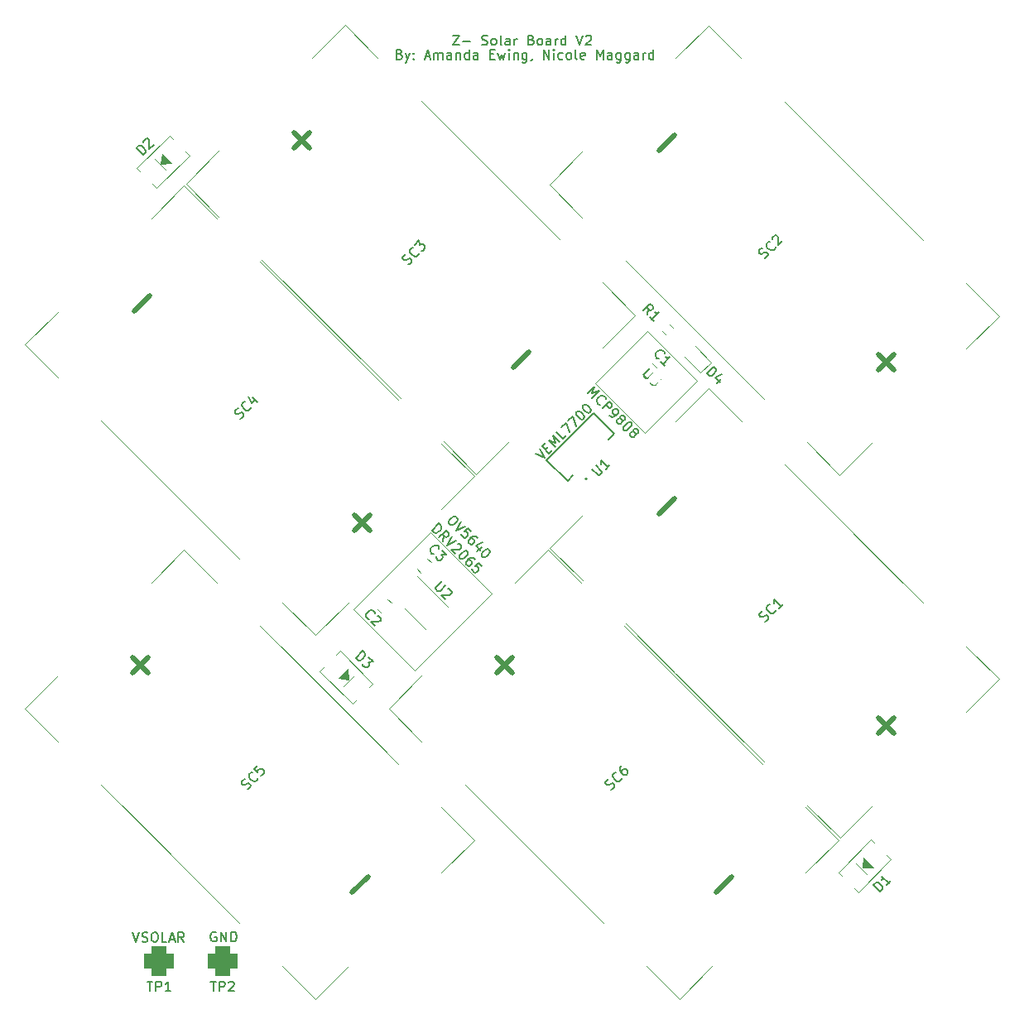
<source format=gbr>
%TF.GenerationSoftware,KiCad,Pcbnew,8.0.2-1*%
%TF.CreationDate,2024-05-28T20:36:57-07:00*%
%TF.ProjectId,solar-panel-side-Z,736f6c61-722d-4706-916e-656c2d736964,3.1*%
%TF.SameCoordinates,Original*%
%TF.FileFunction,Legend,Top*%
%TF.FilePolarity,Positive*%
%FSLAX46Y46*%
G04 Gerber Fmt 4.6, Leading zero omitted, Abs format (unit mm)*
G04 Created by KiCad (PCBNEW 8.0.2-1) date 2024-05-28 20:36:57*
%MOMM*%
%LPD*%
G01*
G04 APERTURE LIST*
G04 Aperture macros list*
%AMRoundRect*
0 Rectangle with rounded corners*
0 $1 Rounding radius*
0 $2 $3 $4 $5 $6 $7 $8 $9 X,Y pos of 4 corners*
0 Add a 4 corners polygon primitive as box body*
4,1,4,$2,$3,$4,$5,$6,$7,$8,$9,$2,$3,0*
0 Add four circle primitives for the rounded corners*
1,1,$1+$1,$2,$3*
1,1,$1+$1,$4,$5*
1,1,$1+$1,$6,$7*
1,1,$1+$1,$8,$9*
0 Add four rect primitives between the rounded corners*
20,1,$1+$1,$2,$3,$4,$5,0*
20,1,$1+$1,$4,$5,$6,$7,0*
20,1,$1+$1,$6,$7,$8,$9,0*
20,1,$1+$1,$8,$9,$2,$3,0*%
%AMRotRect*
0 Rectangle, with rotation*
0 The origin of the aperture is its center*
0 $1 length*
0 $2 width*
0 $3 Rotation angle, in degrees counterclockwise*
0 Add horizontal line*
21,1,$1,$2,0,0,$3*%
G04 Aperture macros list end*
%ADD10C,0.120000*%
%ADD11C,0.150000*%
%ADD12C,0.500000*%
%ADD13C,0.100000*%
%ADD14C,0.127000*%
%ADD15C,0.200000*%
%ADD16C,0.250000*%
%ADD17C,5.250000*%
%ADD18RotRect,2.500000X1.700000X45.000000*%
%ADD19RoundRect,0.750000X0.750000X-0.750000X0.750000X0.750000X-0.750000X0.750000X-0.750000X-0.750000X0*%
%ADD20RoundRect,0.218750X0.335876X0.026517X0.026517X0.335876X-0.335876X-0.026517X-0.026517X-0.335876X0*%
%ADD21RoundRect,0.250000X0.512652X0.159099X0.159099X0.512652X-0.512652X-0.159099X-0.159099X-0.512652X0*%
%ADD22RotRect,13.000000X3.000000X45.000000*%
%ADD23RotRect,1.730000X2.360000X315.000000*%
%ADD24RoundRect,0.087500X-0.477297X0.353553X0.353553X-0.477297X0.477297X-0.353553X-0.353553X0.477297X0*%
%ADD25RoundRect,0.200000X-0.335876X-0.053033X-0.053033X-0.335876X0.335876X0.053033X0.053033X0.335876X0*%
%ADD26RoundRect,0.075000X-0.512652X0.406586X0.406586X-0.512652X0.512652X-0.406586X-0.406586X0.512652X0*%
%ADD27RotRect,2.500000X1.700000X135.000000*%
%ADD28RotRect,1.600000X0.700000X135.000000*%
%ADD29RotRect,13.000000X3.000000X225.000000*%
G04 APERTURE END LIST*
D10*
X168422537Y-71580815D02*
X163126307Y-76877045D01*
X158028067Y-71778805D01*
X163324297Y-66482575D01*
X168422537Y-71580815D01*
X147417170Y-93332830D02*
X139540000Y-101210000D01*
X133271481Y-94941481D01*
X141148650Y-87064311D01*
X147417170Y-93332830D01*
D11*
X138020112Y-38156009D02*
X138162969Y-38203628D01*
X138162969Y-38203628D02*
X138210588Y-38251247D01*
X138210588Y-38251247D02*
X138258207Y-38346485D01*
X138258207Y-38346485D02*
X138258207Y-38489342D01*
X138258207Y-38489342D02*
X138210588Y-38584580D01*
X138210588Y-38584580D02*
X138162969Y-38632200D01*
X138162969Y-38632200D02*
X138067731Y-38679819D01*
X138067731Y-38679819D02*
X137686779Y-38679819D01*
X137686779Y-38679819D02*
X137686779Y-37679819D01*
X137686779Y-37679819D02*
X138020112Y-37679819D01*
X138020112Y-37679819D02*
X138115350Y-37727438D01*
X138115350Y-37727438D02*
X138162969Y-37775057D01*
X138162969Y-37775057D02*
X138210588Y-37870295D01*
X138210588Y-37870295D02*
X138210588Y-37965533D01*
X138210588Y-37965533D02*
X138162969Y-38060771D01*
X138162969Y-38060771D02*
X138115350Y-38108390D01*
X138115350Y-38108390D02*
X138020112Y-38156009D01*
X138020112Y-38156009D02*
X137686779Y-38156009D01*
X138591541Y-38013152D02*
X138829636Y-38679819D01*
X139067731Y-38013152D02*
X138829636Y-38679819D01*
X138829636Y-38679819D02*
X138734398Y-38917914D01*
X138734398Y-38917914D02*
X138686779Y-38965533D01*
X138686779Y-38965533D02*
X138591541Y-39013152D01*
X139448684Y-38584580D02*
X139496303Y-38632200D01*
X139496303Y-38632200D02*
X139448684Y-38679819D01*
X139448684Y-38679819D02*
X139401065Y-38632200D01*
X139401065Y-38632200D02*
X139448684Y-38584580D01*
X139448684Y-38584580D02*
X139448684Y-38679819D01*
X139448684Y-38060771D02*
X139496303Y-38108390D01*
X139496303Y-38108390D02*
X139448684Y-38156009D01*
X139448684Y-38156009D02*
X139401065Y-38108390D01*
X139401065Y-38108390D02*
X139448684Y-38060771D01*
X139448684Y-38060771D02*
X139448684Y-38156009D01*
X140639160Y-38394104D02*
X141115350Y-38394104D01*
X140543922Y-38679819D02*
X140877255Y-37679819D01*
X140877255Y-37679819D02*
X141210588Y-38679819D01*
X141543922Y-38679819D02*
X141543922Y-38013152D01*
X141543922Y-38108390D02*
X141591541Y-38060771D01*
X141591541Y-38060771D02*
X141686779Y-38013152D01*
X141686779Y-38013152D02*
X141829636Y-38013152D01*
X141829636Y-38013152D02*
X141924874Y-38060771D01*
X141924874Y-38060771D02*
X141972493Y-38156009D01*
X141972493Y-38156009D02*
X141972493Y-38679819D01*
X141972493Y-38156009D02*
X142020112Y-38060771D01*
X142020112Y-38060771D02*
X142115350Y-38013152D01*
X142115350Y-38013152D02*
X142258207Y-38013152D01*
X142258207Y-38013152D02*
X142353446Y-38060771D01*
X142353446Y-38060771D02*
X142401065Y-38156009D01*
X142401065Y-38156009D02*
X142401065Y-38679819D01*
X143305826Y-38679819D02*
X143305826Y-38156009D01*
X143305826Y-38156009D02*
X143258207Y-38060771D01*
X143258207Y-38060771D02*
X143162969Y-38013152D01*
X143162969Y-38013152D02*
X142972493Y-38013152D01*
X142972493Y-38013152D02*
X142877255Y-38060771D01*
X143305826Y-38632200D02*
X143210588Y-38679819D01*
X143210588Y-38679819D02*
X142972493Y-38679819D01*
X142972493Y-38679819D02*
X142877255Y-38632200D01*
X142877255Y-38632200D02*
X142829636Y-38536961D01*
X142829636Y-38536961D02*
X142829636Y-38441723D01*
X142829636Y-38441723D02*
X142877255Y-38346485D01*
X142877255Y-38346485D02*
X142972493Y-38298866D01*
X142972493Y-38298866D02*
X143210588Y-38298866D01*
X143210588Y-38298866D02*
X143305826Y-38251247D01*
X143782017Y-38013152D02*
X143782017Y-38679819D01*
X143782017Y-38108390D02*
X143829636Y-38060771D01*
X143829636Y-38060771D02*
X143924874Y-38013152D01*
X143924874Y-38013152D02*
X144067731Y-38013152D01*
X144067731Y-38013152D02*
X144162969Y-38060771D01*
X144162969Y-38060771D02*
X144210588Y-38156009D01*
X144210588Y-38156009D02*
X144210588Y-38679819D01*
X145115350Y-38679819D02*
X145115350Y-37679819D01*
X145115350Y-38632200D02*
X145020112Y-38679819D01*
X145020112Y-38679819D02*
X144829636Y-38679819D01*
X144829636Y-38679819D02*
X144734398Y-38632200D01*
X144734398Y-38632200D02*
X144686779Y-38584580D01*
X144686779Y-38584580D02*
X144639160Y-38489342D01*
X144639160Y-38489342D02*
X144639160Y-38203628D01*
X144639160Y-38203628D02*
X144686779Y-38108390D01*
X144686779Y-38108390D02*
X144734398Y-38060771D01*
X144734398Y-38060771D02*
X144829636Y-38013152D01*
X144829636Y-38013152D02*
X145020112Y-38013152D01*
X145020112Y-38013152D02*
X145115350Y-38060771D01*
X146020112Y-38679819D02*
X146020112Y-38156009D01*
X146020112Y-38156009D02*
X145972493Y-38060771D01*
X145972493Y-38060771D02*
X145877255Y-38013152D01*
X145877255Y-38013152D02*
X145686779Y-38013152D01*
X145686779Y-38013152D02*
X145591541Y-38060771D01*
X146020112Y-38632200D02*
X145924874Y-38679819D01*
X145924874Y-38679819D02*
X145686779Y-38679819D01*
X145686779Y-38679819D02*
X145591541Y-38632200D01*
X145591541Y-38632200D02*
X145543922Y-38536961D01*
X145543922Y-38536961D02*
X145543922Y-38441723D01*
X145543922Y-38441723D02*
X145591541Y-38346485D01*
X145591541Y-38346485D02*
X145686779Y-38298866D01*
X145686779Y-38298866D02*
X145924874Y-38298866D01*
X145924874Y-38298866D02*
X146020112Y-38251247D01*
X147258208Y-38156009D02*
X147591541Y-38156009D01*
X147734398Y-38679819D02*
X147258208Y-38679819D01*
X147258208Y-38679819D02*
X147258208Y-37679819D01*
X147258208Y-37679819D02*
X147734398Y-37679819D01*
X148067732Y-38013152D02*
X148258208Y-38679819D01*
X148258208Y-38679819D02*
X148448684Y-38203628D01*
X148448684Y-38203628D02*
X148639160Y-38679819D01*
X148639160Y-38679819D02*
X148829636Y-38013152D01*
X149210589Y-38679819D02*
X149210589Y-38013152D01*
X149210589Y-37679819D02*
X149162970Y-37727438D01*
X149162970Y-37727438D02*
X149210589Y-37775057D01*
X149210589Y-37775057D02*
X149258208Y-37727438D01*
X149258208Y-37727438D02*
X149210589Y-37679819D01*
X149210589Y-37679819D02*
X149210589Y-37775057D01*
X149686779Y-38013152D02*
X149686779Y-38679819D01*
X149686779Y-38108390D02*
X149734398Y-38060771D01*
X149734398Y-38060771D02*
X149829636Y-38013152D01*
X149829636Y-38013152D02*
X149972493Y-38013152D01*
X149972493Y-38013152D02*
X150067731Y-38060771D01*
X150067731Y-38060771D02*
X150115350Y-38156009D01*
X150115350Y-38156009D02*
X150115350Y-38679819D01*
X151020112Y-38013152D02*
X151020112Y-38822676D01*
X151020112Y-38822676D02*
X150972493Y-38917914D01*
X150972493Y-38917914D02*
X150924874Y-38965533D01*
X150924874Y-38965533D02*
X150829636Y-39013152D01*
X150829636Y-39013152D02*
X150686779Y-39013152D01*
X150686779Y-39013152D02*
X150591541Y-38965533D01*
X151020112Y-38632200D02*
X150924874Y-38679819D01*
X150924874Y-38679819D02*
X150734398Y-38679819D01*
X150734398Y-38679819D02*
X150639160Y-38632200D01*
X150639160Y-38632200D02*
X150591541Y-38584580D01*
X150591541Y-38584580D02*
X150543922Y-38489342D01*
X150543922Y-38489342D02*
X150543922Y-38203628D01*
X150543922Y-38203628D02*
X150591541Y-38108390D01*
X150591541Y-38108390D02*
X150639160Y-38060771D01*
X150639160Y-38060771D02*
X150734398Y-38013152D01*
X150734398Y-38013152D02*
X150924874Y-38013152D01*
X150924874Y-38013152D02*
X151020112Y-38060771D01*
X151543922Y-38632200D02*
X151543922Y-38679819D01*
X151543922Y-38679819D02*
X151496303Y-38775057D01*
X151496303Y-38775057D02*
X151448684Y-38822676D01*
X152734398Y-38679819D02*
X152734398Y-37679819D01*
X152734398Y-37679819D02*
X153305826Y-38679819D01*
X153305826Y-38679819D02*
X153305826Y-37679819D01*
X153782017Y-38679819D02*
X153782017Y-38013152D01*
X153782017Y-37679819D02*
X153734398Y-37727438D01*
X153734398Y-37727438D02*
X153782017Y-37775057D01*
X153782017Y-37775057D02*
X153829636Y-37727438D01*
X153829636Y-37727438D02*
X153782017Y-37679819D01*
X153782017Y-37679819D02*
X153782017Y-37775057D01*
X154686778Y-38632200D02*
X154591540Y-38679819D01*
X154591540Y-38679819D02*
X154401064Y-38679819D01*
X154401064Y-38679819D02*
X154305826Y-38632200D01*
X154305826Y-38632200D02*
X154258207Y-38584580D01*
X154258207Y-38584580D02*
X154210588Y-38489342D01*
X154210588Y-38489342D02*
X154210588Y-38203628D01*
X154210588Y-38203628D02*
X154258207Y-38108390D01*
X154258207Y-38108390D02*
X154305826Y-38060771D01*
X154305826Y-38060771D02*
X154401064Y-38013152D01*
X154401064Y-38013152D02*
X154591540Y-38013152D01*
X154591540Y-38013152D02*
X154686778Y-38060771D01*
X155258207Y-38679819D02*
X155162969Y-38632200D01*
X155162969Y-38632200D02*
X155115350Y-38584580D01*
X155115350Y-38584580D02*
X155067731Y-38489342D01*
X155067731Y-38489342D02*
X155067731Y-38203628D01*
X155067731Y-38203628D02*
X155115350Y-38108390D01*
X155115350Y-38108390D02*
X155162969Y-38060771D01*
X155162969Y-38060771D02*
X155258207Y-38013152D01*
X155258207Y-38013152D02*
X155401064Y-38013152D01*
X155401064Y-38013152D02*
X155496302Y-38060771D01*
X155496302Y-38060771D02*
X155543921Y-38108390D01*
X155543921Y-38108390D02*
X155591540Y-38203628D01*
X155591540Y-38203628D02*
X155591540Y-38489342D01*
X155591540Y-38489342D02*
X155543921Y-38584580D01*
X155543921Y-38584580D02*
X155496302Y-38632200D01*
X155496302Y-38632200D02*
X155401064Y-38679819D01*
X155401064Y-38679819D02*
X155258207Y-38679819D01*
X156162969Y-38679819D02*
X156067731Y-38632200D01*
X156067731Y-38632200D02*
X156020112Y-38536961D01*
X156020112Y-38536961D02*
X156020112Y-37679819D01*
X156924874Y-38632200D02*
X156829636Y-38679819D01*
X156829636Y-38679819D02*
X156639160Y-38679819D01*
X156639160Y-38679819D02*
X156543922Y-38632200D01*
X156543922Y-38632200D02*
X156496303Y-38536961D01*
X156496303Y-38536961D02*
X156496303Y-38156009D01*
X156496303Y-38156009D02*
X156543922Y-38060771D01*
X156543922Y-38060771D02*
X156639160Y-38013152D01*
X156639160Y-38013152D02*
X156829636Y-38013152D01*
X156829636Y-38013152D02*
X156924874Y-38060771D01*
X156924874Y-38060771D02*
X156972493Y-38156009D01*
X156972493Y-38156009D02*
X156972493Y-38251247D01*
X156972493Y-38251247D02*
X156496303Y-38346485D01*
X158162970Y-38679819D02*
X158162970Y-37679819D01*
X158162970Y-37679819D02*
X158496303Y-38394104D01*
X158496303Y-38394104D02*
X158829636Y-37679819D01*
X158829636Y-37679819D02*
X158829636Y-38679819D01*
X159734398Y-38679819D02*
X159734398Y-38156009D01*
X159734398Y-38156009D02*
X159686779Y-38060771D01*
X159686779Y-38060771D02*
X159591541Y-38013152D01*
X159591541Y-38013152D02*
X159401065Y-38013152D01*
X159401065Y-38013152D02*
X159305827Y-38060771D01*
X159734398Y-38632200D02*
X159639160Y-38679819D01*
X159639160Y-38679819D02*
X159401065Y-38679819D01*
X159401065Y-38679819D02*
X159305827Y-38632200D01*
X159305827Y-38632200D02*
X159258208Y-38536961D01*
X159258208Y-38536961D02*
X159258208Y-38441723D01*
X159258208Y-38441723D02*
X159305827Y-38346485D01*
X159305827Y-38346485D02*
X159401065Y-38298866D01*
X159401065Y-38298866D02*
X159639160Y-38298866D01*
X159639160Y-38298866D02*
X159734398Y-38251247D01*
X160639160Y-38013152D02*
X160639160Y-38822676D01*
X160639160Y-38822676D02*
X160591541Y-38917914D01*
X160591541Y-38917914D02*
X160543922Y-38965533D01*
X160543922Y-38965533D02*
X160448684Y-39013152D01*
X160448684Y-39013152D02*
X160305827Y-39013152D01*
X160305827Y-39013152D02*
X160210589Y-38965533D01*
X160639160Y-38632200D02*
X160543922Y-38679819D01*
X160543922Y-38679819D02*
X160353446Y-38679819D01*
X160353446Y-38679819D02*
X160258208Y-38632200D01*
X160258208Y-38632200D02*
X160210589Y-38584580D01*
X160210589Y-38584580D02*
X160162970Y-38489342D01*
X160162970Y-38489342D02*
X160162970Y-38203628D01*
X160162970Y-38203628D02*
X160210589Y-38108390D01*
X160210589Y-38108390D02*
X160258208Y-38060771D01*
X160258208Y-38060771D02*
X160353446Y-38013152D01*
X160353446Y-38013152D02*
X160543922Y-38013152D01*
X160543922Y-38013152D02*
X160639160Y-38060771D01*
X161543922Y-38013152D02*
X161543922Y-38822676D01*
X161543922Y-38822676D02*
X161496303Y-38917914D01*
X161496303Y-38917914D02*
X161448684Y-38965533D01*
X161448684Y-38965533D02*
X161353446Y-39013152D01*
X161353446Y-39013152D02*
X161210589Y-39013152D01*
X161210589Y-39013152D02*
X161115351Y-38965533D01*
X161543922Y-38632200D02*
X161448684Y-38679819D01*
X161448684Y-38679819D02*
X161258208Y-38679819D01*
X161258208Y-38679819D02*
X161162970Y-38632200D01*
X161162970Y-38632200D02*
X161115351Y-38584580D01*
X161115351Y-38584580D02*
X161067732Y-38489342D01*
X161067732Y-38489342D02*
X161067732Y-38203628D01*
X161067732Y-38203628D02*
X161115351Y-38108390D01*
X161115351Y-38108390D02*
X161162970Y-38060771D01*
X161162970Y-38060771D02*
X161258208Y-38013152D01*
X161258208Y-38013152D02*
X161448684Y-38013152D01*
X161448684Y-38013152D02*
X161543922Y-38060771D01*
X162448684Y-38679819D02*
X162448684Y-38156009D01*
X162448684Y-38156009D02*
X162401065Y-38060771D01*
X162401065Y-38060771D02*
X162305827Y-38013152D01*
X162305827Y-38013152D02*
X162115351Y-38013152D01*
X162115351Y-38013152D02*
X162020113Y-38060771D01*
X162448684Y-38632200D02*
X162353446Y-38679819D01*
X162353446Y-38679819D02*
X162115351Y-38679819D01*
X162115351Y-38679819D02*
X162020113Y-38632200D01*
X162020113Y-38632200D02*
X161972494Y-38536961D01*
X161972494Y-38536961D02*
X161972494Y-38441723D01*
X161972494Y-38441723D02*
X162020113Y-38346485D01*
X162020113Y-38346485D02*
X162115351Y-38298866D01*
X162115351Y-38298866D02*
X162353446Y-38298866D01*
X162353446Y-38298866D02*
X162448684Y-38251247D01*
X162924875Y-38679819D02*
X162924875Y-38013152D01*
X162924875Y-38203628D02*
X162972494Y-38108390D01*
X162972494Y-38108390D02*
X163020113Y-38060771D01*
X163020113Y-38060771D02*
X163115351Y-38013152D01*
X163115351Y-38013152D02*
X163210589Y-38013152D01*
X163972494Y-38679819D02*
X163972494Y-37679819D01*
X163972494Y-38632200D02*
X163877256Y-38679819D01*
X163877256Y-38679819D02*
X163686780Y-38679819D01*
X163686780Y-38679819D02*
X163591542Y-38632200D01*
X163591542Y-38632200D02*
X163543923Y-38584580D01*
X163543923Y-38584580D02*
X163496304Y-38489342D01*
X163496304Y-38489342D02*
X163496304Y-38203628D01*
X163496304Y-38203628D02*
X163543923Y-38108390D01*
X163543923Y-38108390D02*
X163591542Y-38060771D01*
X163591542Y-38060771D02*
X163686780Y-38013152D01*
X163686780Y-38013152D02*
X163877256Y-38013152D01*
X163877256Y-38013152D02*
X163972494Y-38060771D01*
X143431541Y-36219819D02*
X144098207Y-36219819D01*
X144098207Y-36219819D02*
X143431541Y-37219819D01*
X143431541Y-37219819D02*
X144098207Y-37219819D01*
X144479160Y-36838866D02*
X145241065Y-36838866D01*
X146431541Y-37172200D02*
X146574398Y-37219819D01*
X146574398Y-37219819D02*
X146812493Y-37219819D01*
X146812493Y-37219819D02*
X146907731Y-37172200D01*
X146907731Y-37172200D02*
X146955350Y-37124580D01*
X146955350Y-37124580D02*
X147002969Y-37029342D01*
X147002969Y-37029342D02*
X147002969Y-36934104D01*
X147002969Y-36934104D02*
X146955350Y-36838866D01*
X146955350Y-36838866D02*
X146907731Y-36791247D01*
X146907731Y-36791247D02*
X146812493Y-36743628D01*
X146812493Y-36743628D02*
X146622017Y-36696009D01*
X146622017Y-36696009D02*
X146526779Y-36648390D01*
X146526779Y-36648390D02*
X146479160Y-36600771D01*
X146479160Y-36600771D02*
X146431541Y-36505533D01*
X146431541Y-36505533D02*
X146431541Y-36410295D01*
X146431541Y-36410295D02*
X146479160Y-36315057D01*
X146479160Y-36315057D02*
X146526779Y-36267438D01*
X146526779Y-36267438D02*
X146622017Y-36219819D01*
X146622017Y-36219819D02*
X146860112Y-36219819D01*
X146860112Y-36219819D02*
X147002969Y-36267438D01*
X147574398Y-37219819D02*
X147479160Y-37172200D01*
X147479160Y-37172200D02*
X147431541Y-37124580D01*
X147431541Y-37124580D02*
X147383922Y-37029342D01*
X147383922Y-37029342D02*
X147383922Y-36743628D01*
X147383922Y-36743628D02*
X147431541Y-36648390D01*
X147431541Y-36648390D02*
X147479160Y-36600771D01*
X147479160Y-36600771D02*
X147574398Y-36553152D01*
X147574398Y-36553152D02*
X147717255Y-36553152D01*
X147717255Y-36553152D02*
X147812493Y-36600771D01*
X147812493Y-36600771D02*
X147860112Y-36648390D01*
X147860112Y-36648390D02*
X147907731Y-36743628D01*
X147907731Y-36743628D02*
X147907731Y-37029342D01*
X147907731Y-37029342D02*
X147860112Y-37124580D01*
X147860112Y-37124580D02*
X147812493Y-37172200D01*
X147812493Y-37172200D02*
X147717255Y-37219819D01*
X147717255Y-37219819D02*
X147574398Y-37219819D01*
X148479160Y-37219819D02*
X148383922Y-37172200D01*
X148383922Y-37172200D02*
X148336303Y-37076961D01*
X148336303Y-37076961D02*
X148336303Y-36219819D01*
X149288684Y-37219819D02*
X149288684Y-36696009D01*
X149288684Y-36696009D02*
X149241065Y-36600771D01*
X149241065Y-36600771D02*
X149145827Y-36553152D01*
X149145827Y-36553152D02*
X148955351Y-36553152D01*
X148955351Y-36553152D02*
X148860113Y-36600771D01*
X149288684Y-37172200D02*
X149193446Y-37219819D01*
X149193446Y-37219819D02*
X148955351Y-37219819D01*
X148955351Y-37219819D02*
X148860113Y-37172200D01*
X148860113Y-37172200D02*
X148812494Y-37076961D01*
X148812494Y-37076961D02*
X148812494Y-36981723D01*
X148812494Y-36981723D02*
X148860113Y-36886485D01*
X148860113Y-36886485D02*
X148955351Y-36838866D01*
X148955351Y-36838866D02*
X149193446Y-36838866D01*
X149193446Y-36838866D02*
X149288684Y-36791247D01*
X149764875Y-37219819D02*
X149764875Y-36553152D01*
X149764875Y-36743628D02*
X149812494Y-36648390D01*
X149812494Y-36648390D02*
X149860113Y-36600771D01*
X149860113Y-36600771D02*
X149955351Y-36553152D01*
X149955351Y-36553152D02*
X150050589Y-36553152D01*
X151479161Y-36696009D02*
X151622018Y-36743628D01*
X151622018Y-36743628D02*
X151669637Y-36791247D01*
X151669637Y-36791247D02*
X151717256Y-36886485D01*
X151717256Y-36886485D02*
X151717256Y-37029342D01*
X151717256Y-37029342D02*
X151669637Y-37124580D01*
X151669637Y-37124580D02*
X151622018Y-37172200D01*
X151622018Y-37172200D02*
X151526780Y-37219819D01*
X151526780Y-37219819D02*
X151145828Y-37219819D01*
X151145828Y-37219819D02*
X151145828Y-36219819D01*
X151145828Y-36219819D02*
X151479161Y-36219819D01*
X151479161Y-36219819D02*
X151574399Y-36267438D01*
X151574399Y-36267438D02*
X151622018Y-36315057D01*
X151622018Y-36315057D02*
X151669637Y-36410295D01*
X151669637Y-36410295D02*
X151669637Y-36505533D01*
X151669637Y-36505533D02*
X151622018Y-36600771D01*
X151622018Y-36600771D02*
X151574399Y-36648390D01*
X151574399Y-36648390D02*
X151479161Y-36696009D01*
X151479161Y-36696009D02*
X151145828Y-36696009D01*
X152288685Y-37219819D02*
X152193447Y-37172200D01*
X152193447Y-37172200D02*
X152145828Y-37124580D01*
X152145828Y-37124580D02*
X152098209Y-37029342D01*
X152098209Y-37029342D02*
X152098209Y-36743628D01*
X152098209Y-36743628D02*
X152145828Y-36648390D01*
X152145828Y-36648390D02*
X152193447Y-36600771D01*
X152193447Y-36600771D02*
X152288685Y-36553152D01*
X152288685Y-36553152D02*
X152431542Y-36553152D01*
X152431542Y-36553152D02*
X152526780Y-36600771D01*
X152526780Y-36600771D02*
X152574399Y-36648390D01*
X152574399Y-36648390D02*
X152622018Y-36743628D01*
X152622018Y-36743628D02*
X152622018Y-37029342D01*
X152622018Y-37029342D02*
X152574399Y-37124580D01*
X152574399Y-37124580D02*
X152526780Y-37172200D01*
X152526780Y-37172200D02*
X152431542Y-37219819D01*
X152431542Y-37219819D02*
X152288685Y-37219819D01*
X153479161Y-37219819D02*
X153479161Y-36696009D01*
X153479161Y-36696009D02*
X153431542Y-36600771D01*
X153431542Y-36600771D02*
X153336304Y-36553152D01*
X153336304Y-36553152D02*
X153145828Y-36553152D01*
X153145828Y-36553152D02*
X153050590Y-36600771D01*
X153479161Y-37172200D02*
X153383923Y-37219819D01*
X153383923Y-37219819D02*
X153145828Y-37219819D01*
X153145828Y-37219819D02*
X153050590Y-37172200D01*
X153050590Y-37172200D02*
X153002971Y-37076961D01*
X153002971Y-37076961D02*
X153002971Y-36981723D01*
X153002971Y-36981723D02*
X153050590Y-36886485D01*
X153050590Y-36886485D02*
X153145828Y-36838866D01*
X153145828Y-36838866D02*
X153383923Y-36838866D01*
X153383923Y-36838866D02*
X153479161Y-36791247D01*
X153955352Y-37219819D02*
X153955352Y-36553152D01*
X153955352Y-36743628D02*
X154002971Y-36648390D01*
X154002971Y-36648390D02*
X154050590Y-36600771D01*
X154050590Y-36600771D02*
X154145828Y-36553152D01*
X154145828Y-36553152D02*
X154241066Y-36553152D01*
X155002971Y-37219819D02*
X155002971Y-36219819D01*
X155002971Y-37172200D02*
X154907733Y-37219819D01*
X154907733Y-37219819D02*
X154717257Y-37219819D01*
X154717257Y-37219819D02*
X154622019Y-37172200D01*
X154622019Y-37172200D02*
X154574400Y-37124580D01*
X154574400Y-37124580D02*
X154526781Y-37029342D01*
X154526781Y-37029342D02*
X154526781Y-36743628D01*
X154526781Y-36743628D02*
X154574400Y-36648390D01*
X154574400Y-36648390D02*
X154622019Y-36600771D01*
X154622019Y-36600771D02*
X154717257Y-36553152D01*
X154717257Y-36553152D02*
X154907733Y-36553152D01*
X154907733Y-36553152D02*
X155002971Y-36600771D01*
X156098210Y-36219819D02*
X156431543Y-37219819D01*
X156431543Y-37219819D02*
X156764876Y-36219819D01*
X157050591Y-36315057D02*
X157098210Y-36267438D01*
X157098210Y-36267438D02*
X157193448Y-36219819D01*
X157193448Y-36219819D02*
X157431543Y-36219819D01*
X157431543Y-36219819D02*
X157526781Y-36267438D01*
X157526781Y-36267438D02*
X157574400Y-36315057D01*
X157574400Y-36315057D02*
X157622019Y-36410295D01*
X157622019Y-36410295D02*
X157622019Y-36505533D01*
X157622019Y-36505533D02*
X157574400Y-36648390D01*
X157574400Y-36648390D02*
X157002972Y-37219819D01*
X157002972Y-37219819D02*
X157622019Y-37219819D01*
X119248095Y-127952438D02*
X119152857Y-127904819D01*
X119152857Y-127904819D02*
X119010000Y-127904819D01*
X119010000Y-127904819D02*
X118867143Y-127952438D01*
X118867143Y-127952438D02*
X118771905Y-128047676D01*
X118771905Y-128047676D02*
X118724286Y-128142914D01*
X118724286Y-128142914D02*
X118676667Y-128333390D01*
X118676667Y-128333390D02*
X118676667Y-128476247D01*
X118676667Y-128476247D02*
X118724286Y-128666723D01*
X118724286Y-128666723D02*
X118771905Y-128761961D01*
X118771905Y-128761961D02*
X118867143Y-128857200D01*
X118867143Y-128857200D02*
X119010000Y-128904819D01*
X119010000Y-128904819D02*
X119105238Y-128904819D01*
X119105238Y-128904819D02*
X119248095Y-128857200D01*
X119248095Y-128857200D02*
X119295714Y-128809580D01*
X119295714Y-128809580D02*
X119295714Y-128476247D01*
X119295714Y-128476247D02*
X119105238Y-128476247D01*
X119724286Y-128904819D02*
X119724286Y-127904819D01*
X119724286Y-127904819D02*
X120295714Y-128904819D01*
X120295714Y-128904819D02*
X120295714Y-127904819D01*
X120771905Y-128904819D02*
X120771905Y-127904819D01*
X120771905Y-127904819D02*
X121010000Y-127904819D01*
X121010000Y-127904819D02*
X121152857Y-127952438D01*
X121152857Y-127952438D02*
X121248095Y-128047676D01*
X121248095Y-128047676D02*
X121295714Y-128142914D01*
X121295714Y-128142914D02*
X121343333Y-128333390D01*
X121343333Y-128333390D02*
X121343333Y-128476247D01*
X121343333Y-128476247D02*
X121295714Y-128666723D01*
X121295714Y-128666723D02*
X121248095Y-128761961D01*
X121248095Y-128761961D02*
X121152857Y-128857200D01*
X121152857Y-128857200D02*
X121010000Y-128904819D01*
X121010000Y-128904819D02*
X120771905Y-128904819D01*
X143781984Y-85443667D02*
X143916671Y-85578354D01*
X143916671Y-85578354D02*
X143950343Y-85679369D01*
X143950343Y-85679369D02*
X143950343Y-85814056D01*
X143950343Y-85814056D02*
X143849328Y-85982415D01*
X143849328Y-85982415D02*
X143613625Y-86218117D01*
X143613625Y-86218117D02*
X143445266Y-86319132D01*
X143445266Y-86319132D02*
X143310579Y-86319132D01*
X143310579Y-86319132D02*
X143209564Y-86285461D01*
X143209564Y-86285461D02*
X143074877Y-86150774D01*
X143074877Y-86150774D02*
X143041205Y-86049758D01*
X143041205Y-86049758D02*
X143041205Y-85915071D01*
X143041205Y-85915071D02*
X143142221Y-85746713D01*
X143142221Y-85746713D02*
X143377923Y-85511010D01*
X143377923Y-85511010D02*
X143546282Y-85409995D01*
X143546282Y-85409995D02*
X143680969Y-85409995D01*
X143680969Y-85409995D02*
X143781984Y-85443667D01*
X144287060Y-85948743D02*
X143815656Y-86891552D01*
X143815656Y-86891552D02*
X144758465Y-86420148D01*
X145330885Y-86992567D02*
X144994167Y-86655850D01*
X144994167Y-86655850D02*
X144623778Y-86958896D01*
X144623778Y-86958896D02*
X144691121Y-86958896D01*
X144691121Y-86958896D02*
X144792137Y-86992567D01*
X144792137Y-86992567D02*
X144960495Y-87160926D01*
X144960495Y-87160926D02*
X144994167Y-87261941D01*
X144994167Y-87261941D02*
X144994167Y-87329285D01*
X144994167Y-87329285D02*
X144960495Y-87430300D01*
X144960495Y-87430300D02*
X144792137Y-87598659D01*
X144792137Y-87598659D02*
X144691121Y-87632331D01*
X144691121Y-87632331D02*
X144623778Y-87632331D01*
X144623778Y-87632331D02*
X144522763Y-87598659D01*
X144522763Y-87598659D02*
X144354404Y-87430300D01*
X144354404Y-87430300D02*
X144320732Y-87329285D01*
X144320732Y-87329285D02*
X144320732Y-87261941D01*
X145970648Y-87632331D02*
X145835961Y-87497644D01*
X145835961Y-87497644D02*
X145734946Y-87463972D01*
X145734946Y-87463972D02*
X145667602Y-87463972D01*
X145667602Y-87463972D02*
X145499243Y-87497644D01*
X145499243Y-87497644D02*
X145330885Y-87598659D01*
X145330885Y-87598659D02*
X145061511Y-87868033D01*
X145061511Y-87868033D02*
X145027839Y-87969048D01*
X145027839Y-87969048D02*
X145027839Y-88036392D01*
X145027839Y-88036392D02*
X145061511Y-88137407D01*
X145061511Y-88137407D02*
X145196198Y-88272094D01*
X145196198Y-88272094D02*
X145297213Y-88305766D01*
X145297213Y-88305766D02*
X145364556Y-88305766D01*
X145364556Y-88305766D02*
X145465572Y-88272094D01*
X145465572Y-88272094D02*
X145633930Y-88103735D01*
X145633930Y-88103735D02*
X145667602Y-88002720D01*
X145667602Y-88002720D02*
X145667602Y-87935376D01*
X145667602Y-87935376D02*
X145633930Y-87834361D01*
X145633930Y-87834361D02*
X145499243Y-87699674D01*
X145499243Y-87699674D02*
X145398228Y-87666002D01*
X145398228Y-87666002D02*
X145330885Y-87666002D01*
X145330885Y-87666002D02*
X145229869Y-87699674D01*
X146408381Y-88541468D02*
X145936976Y-89012873D01*
X146509396Y-88103735D02*
X145835961Y-88440453D01*
X145835961Y-88440453D02*
X146273694Y-88878186D01*
X147149159Y-88810842D02*
X147216503Y-88878186D01*
X147216503Y-88878186D02*
X147250175Y-88979201D01*
X147250175Y-88979201D02*
X147250175Y-89046544D01*
X147250175Y-89046544D02*
X147216503Y-89147560D01*
X147216503Y-89147560D02*
X147115488Y-89315918D01*
X147115488Y-89315918D02*
X146947129Y-89484277D01*
X146947129Y-89484277D02*
X146778770Y-89585292D01*
X146778770Y-89585292D02*
X146677755Y-89618964D01*
X146677755Y-89618964D02*
X146610411Y-89618964D01*
X146610411Y-89618964D02*
X146509396Y-89585292D01*
X146509396Y-89585292D02*
X146442053Y-89517949D01*
X146442053Y-89517949D02*
X146408381Y-89416934D01*
X146408381Y-89416934D02*
X146408381Y-89349590D01*
X146408381Y-89349590D02*
X146442053Y-89248575D01*
X146442053Y-89248575D02*
X146543068Y-89080216D01*
X146543068Y-89080216D02*
X146711427Y-88911857D01*
X146711427Y-88911857D02*
X146879785Y-88810842D01*
X146879785Y-88810842D02*
X146980801Y-88777170D01*
X146980801Y-88777170D02*
X147048144Y-88777170D01*
X147048144Y-88777170D02*
X147149159Y-88810842D01*
X151891773Y-78967223D02*
X152834582Y-79438628D01*
X152834582Y-79438628D02*
X152363178Y-78495819D01*
X152935598Y-78596834D02*
X153171300Y-78361132D01*
X153642704Y-78630506D02*
X153305987Y-78967223D01*
X153305987Y-78967223D02*
X152598880Y-78260117D01*
X152598880Y-78260117D02*
X152935598Y-77923399D01*
X153945750Y-78327460D02*
X153238644Y-77620353D01*
X153238644Y-77620353D02*
X153979422Y-77889727D01*
X153979422Y-77889727D02*
X153710048Y-77148949D01*
X153710048Y-77148949D02*
X154417155Y-77856055D01*
X155090590Y-77182620D02*
X154753872Y-77519338D01*
X154753872Y-77519338D02*
X154046765Y-76812231D01*
X154551842Y-76307155D02*
X155023246Y-75835750D01*
X155023246Y-75835750D02*
X155427307Y-76845903D01*
X155225277Y-75633720D02*
X155696681Y-75162315D01*
X155696681Y-75162315D02*
X156100742Y-76172468D01*
X156100743Y-74758254D02*
X156168086Y-74690911D01*
X156168086Y-74690911D02*
X156269101Y-74657239D01*
X156269101Y-74657239D02*
X156336445Y-74657239D01*
X156336445Y-74657239D02*
X156437460Y-74690911D01*
X156437460Y-74690911D02*
X156605819Y-74791926D01*
X156605819Y-74791926D02*
X156774178Y-74960285D01*
X156774178Y-74960285D02*
X156875193Y-75128643D01*
X156875193Y-75128643D02*
X156908865Y-75229659D01*
X156908865Y-75229659D02*
X156908865Y-75297002D01*
X156908865Y-75297002D02*
X156875193Y-75398017D01*
X156875193Y-75398017D02*
X156807849Y-75465361D01*
X156807849Y-75465361D02*
X156706834Y-75499033D01*
X156706834Y-75499033D02*
X156639491Y-75499033D01*
X156639491Y-75499033D02*
X156538475Y-75465361D01*
X156538475Y-75465361D02*
X156370117Y-75364346D01*
X156370117Y-75364346D02*
X156201758Y-75195987D01*
X156201758Y-75195987D02*
X156100743Y-75027628D01*
X156100743Y-75027628D02*
X156067071Y-74926613D01*
X156067071Y-74926613D02*
X156067071Y-74859269D01*
X156067071Y-74859269D02*
X156100743Y-74758254D01*
X156774178Y-74084819D02*
X156841521Y-74017476D01*
X156841521Y-74017476D02*
X156942536Y-73983804D01*
X156942536Y-73983804D02*
X157009880Y-73983804D01*
X157009880Y-73983804D02*
X157110895Y-74017476D01*
X157110895Y-74017476D02*
X157279254Y-74118491D01*
X157279254Y-74118491D02*
X157447613Y-74286850D01*
X157447613Y-74286850D02*
X157548628Y-74455208D01*
X157548628Y-74455208D02*
X157582300Y-74556224D01*
X157582300Y-74556224D02*
X157582300Y-74623567D01*
X157582300Y-74623567D02*
X157548628Y-74724582D01*
X157548628Y-74724582D02*
X157481284Y-74791926D01*
X157481284Y-74791926D02*
X157380269Y-74825598D01*
X157380269Y-74825598D02*
X157312926Y-74825598D01*
X157312926Y-74825598D02*
X157211910Y-74791926D01*
X157211910Y-74791926D02*
X157043552Y-74690911D01*
X157043552Y-74690911D02*
X156875193Y-74522552D01*
X156875193Y-74522552D02*
X156774178Y-74354193D01*
X156774178Y-74354193D02*
X156740506Y-74253178D01*
X156740506Y-74253178D02*
X156740506Y-74185834D01*
X156740506Y-74185834D02*
X156774178Y-74084819D01*
X157228715Y-72831926D02*
X157935822Y-72124820D01*
X157935822Y-72124820D02*
X157666448Y-72865598D01*
X157666448Y-72865598D02*
X158407226Y-72596224D01*
X158407226Y-72596224D02*
X157700120Y-73303331D01*
X158508242Y-73976766D02*
X158440898Y-73976766D01*
X158440898Y-73976766D02*
X158306211Y-73909422D01*
X158306211Y-73909422D02*
X158238868Y-73842079D01*
X158238868Y-73842079D02*
X158171524Y-73707392D01*
X158171524Y-73707392D02*
X158171524Y-73572705D01*
X158171524Y-73572705D02*
X158205196Y-73471690D01*
X158205196Y-73471690D02*
X158306211Y-73303331D01*
X158306211Y-73303331D02*
X158407226Y-73202316D01*
X158407226Y-73202316D02*
X158575585Y-73101300D01*
X158575585Y-73101300D02*
X158676600Y-73067629D01*
X158676600Y-73067629D02*
X158811287Y-73067629D01*
X158811287Y-73067629D02*
X158945974Y-73134972D01*
X158945974Y-73134972D02*
X159013318Y-73202316D01*
X159013318Y-73202316D02*
X159080661Y-73337003D01*
X159080661Y-73337003D02*
X159080661Y-73404346D01*
X158743944Y-74347155D02*
X159451051Y-73640048D01*
X159451051Y-73640048D02*
X159720425Y-73909422D01*
X159720425Y-73909422D02*
X159754096Y-74010438D01*
X159754096Y-74010438D02*
X159754096Y-74077781D01*
X159754096Y-74077781D02*
X159720425Y-74178796D01*
X159720425Y-74178796D02*
X159619409Y-74279812D01*
X159619409Y-74279812D02*
X159518394Y-74313483D01*
X159518394Y-74313483D02*
X159451051Y-74313483D01*
X159451051Y-74313483D02*
X159350035Y-74279812D01*
X159350035Y-74279812D02*
X159080661Y-74010438D01*
X159484722Y-75087934D02*
X159619409Y-75222621D01*
X159619409Y-75222621D02*
X159720425Y-75256292D01*
X159720425Y-75256292D02*
X159787768Y-75256292D01*
X159787768Y-75256292D02*
X159956127Y-75222621D01*
X159956127Y-75222621D02*
X160124486Y-75121605D01*
X160124486Y-75121605D02*
X160393860Y-74852231D01*
X160393860Y-74852231D02*
X160427531Y-74751216D01*
X160427531Y-74751216D02*
X160427531Y-74683873D01*
X160427531Y-74683873D02*
X160393860Y-74582857D01*
X160393860Y-74582857D02*
X160259173Y-74448170D01*
X160259173Y-74448170D02*
X160158157Y-74414499D01*
X160158157Y-74414499D02*
X160090814Y-74414499D01*
X160090814Y-74414499D02*
X159989799Y-74448170D01*
X159989799Y-74448170D02*
X159821440Y-74616529D01*
X159821440Y-74616529D02*
X159787768Y-74717544D01*
X159787768Y-74717544D02*
X159787768Y-74784888D01*
X159787768Y-74784888D02*
X159821440Y-74885903D01*
X159821440Y-74885903D02*
X159956127Y-75020590D01*
X159956127Y-75020590D02*
X160057142Y-75054262D01*
X160057142Y-75054262D02*
X160124486Y-75054262D01*
X160124486Y-75054262D02*
X160225501Y-75020590D01*
X160629562Y-75424651D02*
X160595890Y-75323636D01*
X160595890Y-75323636D02*
X160595890Y-75256292D01*
X160595890Y-75256292D02*
X160629562Y-75155277D01*
X160629562Y-75155277D02*
X160663234Y-75121605D01*
X160663234Y-75121605D02*
X160764249Y-75087934D01*
X160764249Y-75087934D02*
X160831592Y-75087934D01*
X160831592Y-75087934D02*
X160932608Y-75121605D01*
X160932608Y-75121605D02*
X161067295Y-75256292D01*
X161067295Y-75256292D02*
X161100966Y-75357308D01*
X161100966Y-75357308D02*
X161100966Y-75424651D01*
X161100966Y-75424651D02*
X161067295Y-75525666D01*
X161067295Y-75525666D02*
X161033623Y-75559338D01*
X161033623Y-75559338D02*
X160932608Y-75593010D01*
X160932608Y-75593010D02*
X160865264Y-75593010D01*
X160865264Y-75593010D02*
X160764249Y-75559338D01*
X160764249Y-75559338D02*
X160629562Y-75424651D01*
X160629562Y-75424651D02*
X160528547Y-75390979D01*
X160528547Y-75390979D02*
X160461203Y-75390979D01*
X160461203Y-75390979D02*
X160360188Y-75424651D01*
X160360188Y-75424651D02*
X160225501Y-75559338D01*
X160225501Y-75559338D02*
X160191829Y-75660353D01*
X160191829Y-75660353D02*
X160191829Y-75727697D01*
X160191829Y-75727697D02*
X160225501Y-75828712D01*
X160225501Y-75828712D02*
X160360188Y-75963399D01*
X160360188Y-75963399D02*
X160461203Y-75997071D01*
X160461203Y-75997071D02*
X160528547Y-75997071D01*
X160528547Y-75997071D02*
X160629562Y-75963399D01*
X160629562Y-75963399D02*
X160764249Y-75828712D01*
X160764249Y-75828712D02*
X160797921Y-75727697D01*
X160797921Y-75727697D02*
X160797921Y-75660353D01*
X160797921Y-75660353D02*
X160764249Y-75559338D01*
X161639715Y-75828712D02*
X161707058Y-75896056D01*
X161707058Y-75896056D02*
X161740730Y-75997071D01*
X161740730Y-75997071D02*
X161740730Y-76064414D01*
X161740730Y-76064414D02*
X161707058Y-76165430D01*
X161707058Y-76165430D02*
X161606043Y-76333788D01*
X161606043Y-76333788D02*
X161437684Y-76502147D01*
X161437684Y-76502147D02*
X161269325Y-76603163D01*
X161269325Y-76603163D02*
X161168310Y-76636834D01*
X161168310Y-76636834D02*
X161100966Y-76636834D01*
X161100966Y-76636834D02*
X160999951Y-76603163D01*
X160999951Y-76603163D02*
X160932608Y-76535819D01*
X160932608Y-76535819D02*
X160898936Y-76434804D01*
X160898936Y-76434804D02*
X160898936Y-76367460D01*
X160898936Y-76367460D02*
X160932608Y-76266445D01*
X160932608Y-76266445D02*
X161033623Y-76098086D01*
X161033623Y-76098086D02*
X161201982Y-75929727D01*
X161201982Y-75929727D02*
X161370341Y-75828712D01*
X161370341Y-75828712D02*
X161471356Y-75795040D01*
X161471356Y-75795040D02*
X161538699Y-75795040D01*
X161538699Y-75795040D02*
X161639715Y-75828712D01*
X161976432Y-76771521D02*
X161942760Y-76670506D01*
X161942760Y-76670506D02*
X161942760Y-76603163D01*
X161942760Y-76603163D02*
X161976432Y-76502147D01*
X161976432Y-76502147D02*
X162010104Y-76468476D01*
X162010104Y-76468476D02*
X162111119Y-76434804D01*
X162111119Y-76434804D02*
X162178463Y-76434804D01*
X162178463Y-76434804D02*
X162279478Y-76468476D01*
X162279478Y-76468476D02*
X162414165Y-76603163D01*
X162414165Y-76603163D02*
X162447837Y-76704178D01*
X162447837Y-76704178D02*
X162447837Y-76771521D01*
X162447837Y-76771521D02*
X162414165Y-76872537D01*
X162414165Y-76872537D02*
X162380493Y-76906208D01*
X162380493Y-76906208D02*
X162279478Y-76939880D01*
X162279478Y-76939880D02*
X162212134Y-76939880D01*
X162212134Y-76939880D02*
X162111119Y-76906208D01*
X162111119Y-76906208D02*
X161976432Y-76771521D01*
X161976432Y-76771521D02*
X161875417Y-76737850D01*
X161875417Y-76737850D02*
X161808073Y-76737850D01*
X161808073Y-76737850D02*
X161707058Y-76771521D01*
X161707058Y-76771521D02*
X161572371Y-76906208D01*
X161572371Y-76906208D02*
X161538699Y-77007224D01*
X161538699Y-77007224D02*
X161538699Y-77074567D01*
X161538699Y-77074567D02*
X161572371Y-77175582D01*
X161572371Y-77175582D02*
X161707058Y-77310269D01*
X161707058Y-77310269D02*
X161808073Y-77343941D01*
X161808073Y-77343941D02*
X161875417Y-77343941D01*
X161875417Y-77343941D02*
X161976432Y-77310269D01*
X161976432Y-77310269D02*
X162111119Y-77175582D01*
X162111119Y-77175582D02*
X162144791Y-77074567D01*
X162144791Y-77074567D02*
X162144791Y-77007224D01*
X162144791Y-77007224D02*
X162111119Y-76906208D01*
X141339730Y-86862942D02*
X142046837Y-86155835D01*
X142046837Y-86155835D02*
X142215196Y-86324193D01*
X142215196Y-86324193D02*
X142282539Y-86458881D01*
X142282539Y-86458881D02*
X142282539Y-86593568D01*
X142282539Y-86593568D02*
X142248868Y-86694583D01*
X142248868Y-86694583D02*
X142147852Y-86862942D01*
X142147852Y-86862942D02*
X142046837Y-86963957D01*
X142046837Y-86963957D02*
X141878478Y-87064972D01*
X141878478Y-87064972D02*
X141777463Y-87098644D01*
X141777463Y-87098644D02*
X141642776Y-87098644D01*
X141642776Y-87098644D02*
X141508089Y-87031300D01*
X141508089Y-87031300D02*
X141339730Y-86862942D01*
X142450898Y-87974109D02*
X142551913Y-87401690D01*
X142046837Y-87570048D02*
X142753944Y-86862942D01*
X142753944Y-86862942D02*
X143023318Y-87132316D01*
X143023318Y-87132316D02*
X143056990Y-87233331D01*
X143056990Y-87233331D02*
X143056990Y-87300674D01*
X143056990Y-87300674D02*
X143023318Y-87401690D01*
X143023318Y-87401690D02*
X142922303Y-87502705D01*
X142922303Y-87502705D02*
X142821287Y-87536377D01*
X142821287Y-87536377D02*
X142753944Y-87536377D01*
X142753944Y-87536377D02*
X142652929Y-87502705D01*
X142652929Y-87502705D02*
X142383555Y-87233331D01*
X143360035Y-87469033D02*
X142888631Y-88411842D01*
X142888631Y-88411842D02*
X143831440Y-87940438D01*
X143966127Y-88209812D02*
X144033470Y-88209812D01*
X144033470Y-88209812D02*
X144134486Y-88243483D01*
X144134486Y-88243483D02*
X144302844Y-88411842D01*
X144302844Y-88411842D02*
X144336516Y-88512857D01*
X144336516Y-88512857D02*
X144336516Y-88580201D01*
X144336516Y-88580201D02*
X144302844Y-88681216D01*
X144302844Y-88681216D02*
X144235501Y-88748560D01*
X144235501Y-88748560D02*
X144100814Y-88815903D01*
X144100814Y-88815903D02*
X143292692Y-88815903D01*
X143292692Y-88815903D02*
X143730425Y-89253636D01*
X144875264Y-88984262D02*
X144942608Y-89051606D01*
X144942608Y-89051606D02*
X144976280Y-89152621D01*
X144976280Y-89152621D02*
X144976280Y-89219964D01*
X144976280Y-89219964D02*
X144942608Y-89320980D01*
X144942608Y-89320980D02*
X144841593Y-89489338D01*
X144841593Y-89489338D02*
X144673234Y-89657697D01*
X144673234Y-89657697D02*
X144504875Y-89758712D01*
X144504875Y-89758712D02*
X144403860Y-89792384D01*
X144403860Y-89792384D02*
X144336516Y-89792384D01*
X144336516Y-89792384D02*
X144235501Y-89758712D01*
X144235501Y-89758712D02*
X144168158Y-89691369D01*
X144168158Y-89691369D02*
X144134486Y-89590354D01*
X144134486Y-89590354D02*
X144134486Y-89523010D01*
X144134486Y-89523010D02*
X144168158Y-89421995D01*
X144168158Y-89421995D02*
X144269173Y-89253636D01*
X144269173Y-89253636D02*
X144437532Y-89085277D01*
X144437532Y-89085277D02*
X144605890Y-88984262D01*
X144605890Y-88984262D02*
X144706906Y-88950590D01*
X144706906Y-88950590D02*
X144774249Y-88950590D01*
X144774249Y-88950590D02*
X144875264Y-88984262D01*
X145717058Y-89826056D02*
X145582371Y-89691369D01*
X145582371Y-89691369D02*
X145481356Y-89657697D01*
X145481356Y-89657697D02*
X145414012Y-89657697D01*
X145414012Y-89657697D02*
X145245654Y-89691369D01*
X145245654Y-89691369D02*
X145077295Y-89792384D01*
X145077295Y-89792384D02*
X144807921Y-90061758D01*
X144807921Y-90061758D02*
X144774249Y-90162773D01*
X144774249Y-90162773D02*
X144774249Y-90230117D01*
X144774249Y-90230117D02*
X144807921Y-90331132D01*
X144807921Y-90331132D02*
X144942608Y-90465819D01*
X144942608Y-90465819D02*
X145043623Y-90499491D01*
X145043623Y-90499491D02*
X145110967Y-90499491D01*
X145110967Y-90499491D02*
X145211982Y-90465819D01*
X145211982Y-90465819D02*
X145380341Y-90297460D01*
X145380341Y-90297460D02*
X145414012Y-90196445D01*
X145414012Y-90196445D02*
X145414012Y-90129102D01*
X145414012Y-90129102D02*
X145380341Y-90028086D01*
X145380341Y-90028086D02*
X145245654Y-89893399D01*
X145245654Y-89893399D02*
X145144638Y-89859728D01*
X145144638Y-89859728D02*
X145077295Y-89859728D01*
X145077295Y-89859728D02*
X144976280Y-89893399D01*
X146424165Y-90533163D02*
X146087447Y-90196445D01*
X146087447Y-90196445D02*
X145717058Y-90499491D01*
X145717058Y-90499491D02*
X145784402Y-90499491D01*
X145784402Y-90499491D02*
X145885417Y-90533163D01*
X145885417Y-90533163D02*
X146053776Y-90701521D01*
X146053776Y-90701521D02*
X146087447Y-90802537D01*
X146087447Y-90802537D02*
X146087447Y-90869880D01*
X146087447Y-90869880D02*
X146053776Y-90970895D01*
X146053776Y-90970895D02*
X145885417Y-91139254D01*
X145885417Y-91139254D02*
X145784402Y-91172926D01*
X145784402Y-91172926D02*
X145717058Y-91172926D01*
X145717058Y-91172926D02*
X145616043Y-91139254D01*
X145616043Y-91139254D02*
X145447684Y-90970895D01*
X145447684Y-90970895D02*
X145414012Y-90869880D01*
X145414012Y-90869880D02*
X145414012Y-90802537D01*
X110723333Y-127954819D02*
X111056666Y-128954819D01*
X111056666Y-128954819D02*
X111389999Y-127954819D01*
X111675714Y-128907200D02*
X111818571Y-128954819D01*
X111818571Y-128954819D02*
X112056666Y-128954819D01*
X112056666Y-128954819D02*
X112151904Y-128907200D01*
X112151904Y-128907200D02*
X112199523Y-128859580D01*
X112199523Y-128859580D02*
X112247142Y-128764342D01*
X112247142Y-128764342D02*
X112247142Y-128669104D01*
X112247142Y-128669104D02*
X112199523Y-128573866D01*
X112199523Y-128573866D02*
X112151904Y-128526247D01*
X112151904Y-128526247D02*
X112056666Y-128478628D01*
X112056666Y-128478628D02*
X111866190Y-128431009D01*
X111866190Y-128431009D02*
X111770952Y-128383390D01*
X111770952Y-128383390D02*
X111723333Y-128335771D01*
X111723333Y-128335771D02*
X111675714Y-128240533D01*
X111675714Y-128240533D02*
X111675714Y-128145295D01*
X111675714Y-128145295D02*
X111723333Y-128050057D01*
X111723333Y-128050057D02*
X111770952Y-128002438D01*
X111770952Y-128002438D02*
X111866190Y-127954819D01*
X111866190Y-127954819D02*
X112104285Y-127954819D01*
X112104285Y-127954819D02*
X112247142Y-128002438D01*
X112866190Y-127954819D02*
X113056666Y-127954819D01*
X113056666Y-127954819D02*
X113151904Y-128002438D01*
X113151904Y-128002438D02*
X113247142Y-128097676D01*
X113247142Y-128097676D02*
X113294761Y-128288152D01*
X113294761Y-128288152D02*
X113294761Y-128621485D01*
X113294761Y-128621485D02*
X113247142Y-128811961D01*
X113247142Y-128811961D02*
X113151904Y-128907200D01*
X113151904Y-128907200D02*
X113056666Y-128954819D01*
X113056666Y-128954819D02*
X112866190Y-128954819D01*
X112866190Y-128954819D02*
X112770952Y-128907200D01*
X112770952Y-128907200D02*
X112675714Y-128811961D01*
X112675714Y-128811961D02*
X112628095Y-128621485D01*
X112628095Y-128621485D02*
X112628095Y-128288152D01*
X112628095Y-128288152D02*
X112675714Y-128097676D01*
X112675714Y-128097676D02*
X112770952Y-128002438D01*
X112770952Y-128002438D02*
X112866190Y-127954819D01*
X114199523Y-128954819D02*
X113723333Y-128954819D01*
X113723333Y-128954819D02*
X113723333Y-127954819D01*
X114485238Y-128669104D02*
X114961428Y-128669104D01*
X114390000Y-128954819D02*
X114723333Y-127954819D01*
X114723333Y-127954819D02*
X115056666Y-128954819D01*
X115961428Y-128954819D02*
X115628095Y-128478628D01*
X115390000Y-128954819D02*
X115390000Y-127954819D01*
X115390000Y-127954819D02*
X115770952Y-127954819D01*
X115770952Y-127954819D02*
X115866190Y-128002438D01*
X115866190Y-128002438D02*
X115913809Y-128050057D01*
X115913809Y-128050057D02*
X115961428Y-128145295D01*
X115961428Y-128145295D02*
X115961428Y-128288152D01*
X115961428Y-128288152D02*
X115913809Y-128383390D01*
X115913809Y-128383390D02*
X115866190Y-128431009D01*
X115866190Y-128431009D02*
X115770952Y-128478628D01*
X115770952Y-128478628D02*
X115390000Y-128478628D01*
X110166666Y-84954819D02*
X110166666Y-85669104D01*
X110166666Y-85669104D02*
X110119047Y-85811961D01*
X110119047Y-85811961D02*
X110023809Y-85907200D01*
X110023809Y-85907200D02*
X109880952Y-85954819D01*
X109880952Y-85954819D02*
X109785714Y-85954819D01*
X111071428Y-85288152D02*
X111071428Y-85954819D01*
X110833333Y-84907200D02*
X110595238Y-85621485D01*
X110595238Y-85621485D02*
X111214285Y-85621485D01*
X149036666Y-123484819D02*
X149036666Y-124199104D01*
X149036666Y-124199104D02*
X148989047Y-124341961D01*
X148989047Y-124341961D02*
X148893809Y-124437200D01*
X148893809Y-124437200D02*
X148750952Y-124484819D01*
X148750952Y-124484819D02*
X148655714Y-124484819D01*
X149989047Y-123484819D02*
X149512857Y-123484819D01*
X149512857Y-123484819D02*
X149465238Y-123961009D01*
X149465238Y-123961009D02*
X149512857Y-123913390D01*
X149512857Y-123913390D02*
X149608095Y-123865771D01*
X149608095Y-123865771D02*
X149846190Y-123865771D01*
X149846190Y-123865771D02*
X149941428Y-123913390D01*
X149941428Y-123913390D02*
X149989047Y-123961009D01*
X149989047Y-123961009D02*
X150036666Y-124056247D01*
X150036666Y-124056247D02*
X150036666Y-124294342D01*
X150036666Y-124294342D02*
X149989047Y-124389580D01*
X149989047Y-124389580D02*
X149941428Y-124437200D01*
X149941428Y-124437200D02*
X149846190Y-124484819D01*
X149846190Y-124484819D02*
X149608095Y-124484819D01*
X149608095Y-124484819D02*
X149512857Y-124437200D01*
X149512857Y-124437200D02*
X149465238Y-124389580D01*
X149096666Y-45434819D02*
X149096666Y-46149104D01*
X149096666Y-46149104D02*
X149049047Y-46291961D01*
X149049047Y-46291961D02*
X148953809Y-46387200D01*
X148953809Y-46387200D02*
X148810952Y-46434819D01*
X148810952Y-46434819D02*
X148715714Y-46434819D01*
X150001428Y-45434819D02*
X149810952Y-45434819D01*
X149810952Y-45434819D02*
X149715714Y-45482438D01*
X149715714Y-45482438D02*
X149668095Y-45530057D01*
X149668095Y-45530057D02*
X149572857Y-45672914D01*
X149572857Y-45672914D02*
X149525238Y-45863390D01*
X149525238Y-45863390D02*
X149525238Y-46244342D01*
X149525238Y-46244342D02*
X149572857Y-46339580D01*
X149572857Y-46339580D02*
X149620476Y-46387200D01*
X149620476Y-46387200D02*
X149715714Y-46434819D01*
X149715714Y-46434819D02*
X149906190Y-46434819D01*
X149906190Y-46434819D02*
X150001428Y-46387200D01*
X150001428Y-46387200D02*
X150049047Y-46339580D01*
X150049047Y-46339580D02*
X150096666Y-46244342D01*
X150096666Y-46244342D02*
X150096666Y-46006247D01*
X150096666Y-46006247D02*
X150049047Y-45911009D01*
X150049047Y-45911009D02*
X150001428Y-45863390D01*
X150001428Y-45863390D02*
X149906190Y-45815771D01*
X149906190Y-45815771D02*
X149715714Y-45815771D01*
X149715714Y-45815771D02*
X149620476Y-45863390D01*
X149620476Y-45863390D02*
X149572857Y-45911009D01*
X149572857Y-45911009D02*
X149525238Y-46006247D01*
X188166666Y-84954819D02*
X188166666Y-85669104D01*
X188166666Y-85669104D02*
X188119047Y-85811961D01*
X188119047Y-85811961D02*
X188023809Y-85907200D01*
X188023809Y-85907200D02*
X187880952Y-85954819D01*
X187880952Y-85954819D02*
X187785714Y-85954819D01*
X188547619Y-84954819D02*
X189214285Y-84954819D01*
X189214285Y-84954819D02*
X188785714Y-85954819D01*
X111779693Y-48463517D02*
X111072587Y-47756410D01*
X111072587Y-47756410D02*
X111240945Y-47588051D01*
X111240945Y-47588051D02*
X111375632Y-47520708D01*
X111375632Y-47520708D02*
X111510319Y-47520708D01*
X111510319Y-47520708D02*
X111611335Y-47554380D01*
X111611335Y-47554380D02*
X111779693Y-47655395D01*
X111779693Y-47655395D02*
X111880709Y-47756410D01*
X111880709Y-47756410D02*
X111981724Y-47924769D01*
X111981724Y-47924769D02*
X112015396Y-48025784D01*
X112015396Y-48025784D02*
X112015396Y-48160471D01*
X112015396Y-48160471D02*
X111948052Y-48295158D01*
X111948052Y-48295158D02*
X111779693Y-48463517D01*
X111813365Y-47150319D02*
X111813365Y-47082975D01*
X111813365Y-47082975D02*
X111847037Y-46981960D01*
X111847037Y-46981960D02*
X112015396Y-46813601D01*
X112015396Y-46813601D02*
X112116411Y-46779929D01*
X112116411Y-46779929D02*
X112183754Y-46779929D01*
X112183754Y-46779929D02*
X112284770Y-46813601D01*
X112284770Y-46813601D02*
X112352113Y-46880945D01*
X112352113Y-46880945D02*
X112419457Y-47015632D01*
X112419457Y-47015632D02*
X112419457Y-47823754D01*
X112419457Y-47823754D02*
X112857189Y-47386021D01*
X112188095Y-132984819D02*
X112759523Y-132984819D01*
X112473809Y-133984819D02*
X112473809Y-132984819D01*
X113092857Y-133984819D02*
X113092857Y-132984819D01*
X113092857Y-132984819D02*
X113473809Y-132984819D01*
X113473809Y-132984819D02*
X113569047Y-133032438D01*
X113569047Y-133032438D02*
X113616666Y-133080057D01*
X113616666Y-133080057D02*
X113664285Y-133175295D01*
X113664285Y-133175295D02*
X113664285Y-133318152D01*
X113664285Y-133318152D02*
X113616666Y-133413390D01*
X113616666Y-133413390D02*
X113569047Y-133461009D01*
X113569047Y-133461009D02*
X113473809Y-133508628D01*
X113473809Y-133508628D02*
X113092857Y-133508628D01*
X114616666Y-133984819D02*
X114045238Y-133984819D01*
X114330952Y-133984819D02*
X114330952Y-132984819D01*
X114330952Y-132984819D02*
X114235714Y-133127676D01*
X114235714Y-133127676D02*
X114140476Y-133222914D01*
X114140476Y-133222914D02*
X114045238Y-133270533D01*
X169415998Y-70814357D02*
X170123105Y-70107251D01*
X170123105Y-70107251D02*
X170291464Y-70275609D01*
X170291464Y-70275609D02*
X170358807Y-70410296D01*
X170358807Y-70410296D02*
X170358807Y-70544983D01*
X170358807Y-70544983D02*
X170325135Y-70645999D01*
X170325135Y-70645999D02*
X170224120Y-70814357D01*
X170224120Y-70814357D02*
X170123105Y-70915373D01*
X170123105Y-70915373D02*
X169954746Y-71016388D01*
X169954746Y-71016388D02*
X169853731Y-71050060D01*
X169853731Y-71050060D02*
X169719044Y-71050060D01*
X169719044Y-71050060D02*
X169584357Y-70982716D01*
X169584357Y-70982716D02*
X169415998Y-70814357D01*
X170897555Y-71353105D02*
X170426151Y-71824510D01*
X170998570Y-70915373D02*
X170325135Y-71252090D01*
X170325135Y-71252090D02*
X170762868Y-71689823D01*
X141487197Y-89283169D02*
X141419853Y-89283169D01*
X141419853Y-89283169D02*
X141285166Y-89215825D01*
X141285166Y-89215825D02*
X141217823Y-89148482D01*
X141217823Y-89148482D02*
X141150479Y-89013795D01*
X141150479Y-89013795D02*
X141150479Y-88879108D01*
X141150479Y-88879108D02*
X141184151Y-88778093D01*
X141184151Y-88778093D02*
X141285166Y-88609734D01*
X141285166Y-88609734D02*
X141386181Y-88508719D01*
X141386181Y-88508719D02*
X141554540Y-88407703D01*
X141554540Y-88407703D02*
X141655555Y-88374032D01*
X141655555Y-88374032D02*
X141790242Y-88374032D01*
X141790242Y-88374032D02*
X141924929Y-88441375D01*
X141924929Y-88441375D02*
X141992273Y-88508719D01*
X141992273Y-88508719D02*
X142059616Y-88643406D01*
X142059616Y-88643406D02*
X142059616Y-88710749D01*
X142362662Y-88879108D02*
X142800395Y-89316841D01*
X142800395Y-89316841D02*
X142295319Y-89350512D01*
X142295319Y-89350512D02*
X142396334Y-89451528D01*
X142396334Y-89451528D02*
X142430006Y-89552543D01*
X142430006Y-89552543D02*
X142430006Y-89619886D01*
X142430006Y-89619886D02*
X142396334Y-89720902D01*
X142396334Y-89720902D02*
X142227975Y-89889260D01*
X142227975Y-89889260D02*
X142126960Y-89922932D01*
X142126960Y-89922932D02*
X142059616Y-89922932D01*
X142059616Y-89922932D02*
X141958601Y-89889260D01*
X141958601Y-89889260D02*
X141756571Y-89687230D01*
X141756571Y-89687230D02*
X141722899Y-89586215D01*
X141722899Y-89586215D02*
X141722899Y-89518871D01*
X122429185Y-113333788D02*
X122563872Y-113266444D01*
X122563872Y-113266444D02*
X122732231Y-113098086D01*
X122732231Y-113098086D02*
X122765902Y-112997070D01*
X122765902Y-112997070D02*
X122765902Y-112929727D01*
X122765902Y-112929727D02*
X122732231Y-112828712D01*
X122732231Y-112828712D02*
X122664887Y-112761368D01*
X122664887Y-112761368D02*
X122563872Y-112727696D01*
X122563872Y-112727696D02*
X122496528Y-112727696D01*
X122496528Y-112727696D02*
X122395513Y-112761368D01*
X122395513Y-112761368D02*
X122227154Y-112862383D01*
X122227154Y-112862383D02*
X122126139Y-112896055D01*
X122126139Y-112896055D02*
X122058796Y-112896055D01*
X122058796Y-112896055D02*
X121957780Y-112862383D01*
X121957780Y-112862383D02*
X121890437Y-112795040D01*
X121890437Y-112795040D02*
X121856765Y-112694025D01*
X121856765Y-112694025D02*
X121856765Y-112626681D01*
X121856765Y-112626681D02*
X121890437Y-112525666D01*
X121890437Y-112525666D02*
X122058796Y-112357307D01*
X122058796Y-112357307D02*
X122193483Y-112289964D01*
X123506681Y-112188948D02*
X123506681Y-112256292D01*
X123506681Y-112256292D02*
X123439338Y-112390979D01*
X123439338Y-112390979D02*
X123371994Y-112458322D01*
X123371994Y-112458322D02*
X123237307Y-112525666D01*
X123237307Y-112525666D02*
X123102620Y-112525666D01*
X123102620Y-112525666D02*
X123001605Y-112491994D01*
X123001605Y-112491994D02*
X122833246Y-112390979D01*
X122833246Y-112390979D02*
X122732231Y-112289963D01*
X122732231Y-112289963D02*
X122631215Y-112121605D01*
X122631215Y-112121605D02*
X122597544Y-112020589D01*
X122597544Y-112020589D02*
X122597544Y-111885902D01*
X122597544Y-111885902D02*
X122664887Y-111751215D01*
X122664887Y-111751215D02*
X122732231Y-111683872D01*
X122732231Y-111683872D02*
X122866918Y-111616528D01*
X122866918Y-111616528D02*
X122934261Y-111616528D01*
X123506681Y-110909422D02*
X123169963Y-111246139D01*
X123169963Y-111246139D02*
X123473009Y-111616528D01*
X123473009Y-111616528D02*
X123473009Y-111549185D01*
X123473009Y-111549185D02*
X123506681Y-111448170D01*
X123506681Y-111448170D02*
X123675040Y-111279811D01*
X123675040Y-111279811D02*
X123776055Y-111246139D01*
X123776055Y-111246139D02*
X123843399Y-111246139D01*
X123843399Y-111246139D02*
X123944414Y-111279811D01*
X123944414Y-111279811D02*
X124112773Y-111448170D01*
X124112773Y-111448170D02*
X124146444Y-111549185D01*
X124146444Y-111549185D02*
X124146444Y-111616528D01*
X124146444Y-111616528D02*
X124112773Y-111717544D01*
X124112773Y-111717544D02*
X123944414Y-111885902D01*
X123944414Y-111885902D02*
X123843399Y-111919574D01*
X123843399Y-111919574D02*
X123776055Y-111919574D01*
D12*
X110713026Y-101449270D02*
X112329270Y-99833026D01*
X112329270Y-101449270D02*
X110713026Y-99833026D01*
X133163666Y-123899910D02*
X134779910Y-122283666D01*
D11*
X163620414Y-70290201D02*
X163047994Y-70862621D01*
X163047994Y-70862621D02*
X163014322Y-70963636D01*
X163014322Y-70963636D02*
X163014322Y-71030980D01*
X163014322Y-71030980D02*
X163047994Y-71131995D01*
X163047994Y-71131995D02*
X163182681Y-71266682D01*
X163182681Y-71266682D02*
X163283696Y-71300354D01*
X163283696Y-71300354D02*
X163351040Y-71300354D01*
X163351040Y-71300354D02*
X163452055Y-71266682D01*
X163452055Y-71266682D02*
X164024475Y-70694262D01*
X164293849Y-70963636D02*
X164731581Y-71401369D01*
X164731581Y-71401369D02*
X164226505Y-71435041D01*
X164226505Y-71435041D02*
X164327520Y-71536056D01*
X164327520Y-71536056D02*
X164361192Y-71637071D01*
X164361192Y-71637071D02*
X164361192Y-71704415D01*
X164361192Y-71704415D02*
X164327520Y-71805430D01*
X164327520Y-71805430D02*
X164159162Y-71973789D01*
X164159162Y-71973789D02*
X164058146Y-72007461D01*
X164058146Y-72007461D02*
X163990803Y-72007461D01*
X163990803Y-72007461D02*
X163889788Y-71973789D01*
X163889788Y-71973789D02*
X163687757Y-71771758D01*
X163687757Y-71771758D02*
X163654085Y-71670743D01*
X163654085Y-71670743D02*
X163654085Y-71603400D01*
X118678095Y-132984819D02*
X119249523Y-132984819D01*
X118963809Y-133984819D02*
X118963809Y-132984819D01*
X119582857Y-133984819D02*
X119582857Y-132984819D01*
X119582857Y-132984819D02*
X119963809Y-132984819D01*
X119963809Y-132984819D02*
X120059047Y-133032438D01*
X120059047Y-133032438D02*
X120106666Y-133080057D01*
X120106666Y-133080057D02*
X120154285Y-133175295D01*
X120154285Y-133175295D02*
X120154285Y-133318152D01*
X120154285Y-133318152D02*
X120106666Y-133413390D01*
X120106666Y-133413390D02*
X120059047Y-133461009D01*
X120059047Y-133461009D02*
X119963809Y-133508628D01*
X119963809Y-133508628D02*
X119582857Y-133508628D01*
X120535238Y-133080057D02*
X120582857Y-133032438D01*
X120582857Y-133032438D02*
X120678095Y-132984819D01*
X120678095Y-132984819D02*
X120916190Y-132984819D01*
X120916190Y-132984819D02*
X121011428Y-133032438D01*
X121011428Y-133032438D02*
X121059047Y-133080057D01*
X121059047Y-133080057D02*
X121106666Y-133175295D01*
X121106666Y-133175295D02*
X121106666Y-133270533D01*
X121106666Y-133270533D02*
X121059047Y-133413390D01*
X121059047Y-133413390D02*
X120487619Y-133984819D01*
X120487619Y-133984819D02*
X121106666Y-133984819D01*
X138891321Y-59655924D02*
X139026008Y-59588580D01*
X139026008Y-59588580D02*
X139194367Y-59420222D01*
X139194367Y-59420222D02*
X139228038Y-59319206D01*
X139228038Y-59319206D02*
X139228038Y-59251863D01*
X139228038Y-59251863D02*
X139194367Y-59150848D01*
X139194367Y-59150848D02*
X139127023Y-59083504D01*
X139127023Y-59083504D02*
X139026008Y-59049832D01*
X139026008Y-59049832D02*
X138958664Y-59049832D01*
X138958664Y-59049832D02*
X138857649Y-59083504D01*
X138857649Y-59083504D02*
X138689290Y-59184519D01*
X138689290Y-59184519D02*
X138588275Y-59218191D01*
X138588275Y-59218191D02*
X138520932Y-59218191D01*
X138520932Y-59218191D02*
X138419916Y-59184519D01*
X138419916Y-59184519D02*
X138352573Y-59117176D01*
X138352573Y-59117176D02*
X138318901Y-59016161D01*
X138318901Y-59016161D02*
X138318901Y-58948817D01*
X138318901Y-58948817D02*
X138352573Y-58847802D01*
X138352573Y-58847802D02*
X138520932Y-58679443D01*
X138520932Y-58679443D02*
X138655619Y-58612100D01*
X139968817Y-58511084D02*
X139968817Y-58578428D01*
X139968817Y-58578428D02*
X139901474Y-58713115D01*
X139901474Y-58713115D02*
X139834130Y-58780458D01*
X139834130Y-58780458D02*
X139699443Y-58847802D01*
X139699443Y-58847802D02*
X139564756Y-58847802D01*
X139564756Y-58847802D02*
X139463741Y-58814130D01*
X139463741Y-58814130D02*
X139295382Y-58713115D01*
X139295382Y-58713115D02*
X139194367Y-58612099D01*
X139194367Y-58612099D02*
X139093351Y-58443741D01*
X139093351Y-58443741D02*
X139059680Y-58342725D01*
X139059680Y-58342725D02*
X139059680Y-58208038D01*
X139059680Y-58208038D02*
X139127023Y-58073351D01*
X139127023Y-58073351D02*
X139194367Y-58006008D01*
X139194367Y-58006008D02*
X139329054Y-57938664D01*
X139329054Y-57938664D02*
X139396397Y-57938664D01*
X139564756Y-57635619D02*
X140002489Y-57197886D01*
X140002489Y-57197886D02*
X140036161Y-57702962D01*
X140036161Y-57702962D02*
X140137176Y-57601947D01*
X140137176Y-57601947D02*
X140238191Y-57568275D01*
X140238191Y-57568275D02*
X140305535Y-57568275D01*
X140305535Y-57568275D02*
X140406550Y-57601947D01*
X140406550Y-57601947D02*
X140574909Y-57770306D01*
X140574909Y-57770306D02*
X140608580Y-57871321D01*
X140608580Y-57871321D02*
X140608580Y-57938664D01*
X140608580Y-57938664D02*
X140574909Y-58039680D01*
X140574909Y-58039680D02*
X140372878Y-58241710D01*
X140372878Y-58241710D02*
X140271863Y-58275382D01*
X140271863Y-58275382D02*
X140204519Y-58275382D01*
D12*
X149625802Y-70222046D02*
X151242046Y-68605802D01*
X127175162Y-47771406D02*
X128791406Y-46155162D01*
X128791406Y-47771406D02*
X127175162Y-46155162D01*
D11*
X163335888Y-64783745D02*
X163436903Y-64211326D01*
X162931827Y-64379684D02*
X163638934Y-63672578D01*
X163638934Y-63672578D02*
X163908308Y-63941952D01*
X163908308Y-63941952D02*
X163941980Y-64042967D01*
X163941980Y-64042967D02*
X163941980Y-64110310D01*
X163941980Y-64110310D02*
X163908308Y-64211326D01*
X163908308Y-64211326D02*
X163807293Y-64312341D01*
X163807293Y-64312341D02*
X163706277Y-64346013D01*
X163706277Y-64346013D02*
X163638934Y-64346013D01*
X163638934Y-64346013D02*
X163537919Y-64312341D01*
X163537919Y-64312341D02*
X163268545Y-64042967D01*
X164009323Y-65457180D02*
X163605262Y-65053119D01*
X163807293Y-65255150D02*
X164514399Y-64548043D01*
X164514399Y-64548043D02*
X164346041Y-64581715D01*
X164346041Y-64581715D02*
X164211354Y-64581715D01*
X164211354Y-64581715D02*
X164110338Y-64548043D01*
X134896962Y-95915831D02*
X134829618Y-95915831D01*
X134829618Y-95915831D02*
X134694931Y-95848487D01*
X134694931Y-95848487D02*
X134627588Y-95781144D01*
X134627588Y-95781144D02*
X134560244Y-95646457D01*
X134560244Y-95646457D02*
X134560244Y-95511770D01*
X134560244Y-95511770D02*
X134593916Y-95410755D01*
X134593916Y-95410755D02*
X134694931Y-95242396D01*
X134694931Y-95242396D02*
X134795946Y-95141381D01*
X134795946Y-95141381D02*
X134964305Y-95040365D01*
X134964305Y-95040365D02*
X135065320Y-95006694D01*
X135065320Y-95006694D02*
X135200007Y-95006694D01*
X135200007Y-95006694D02*
X135334694Y-95074037D01*
X135334694Y-95074037D02*
X135402038Y-95141381D01*
X135402038Y-95141381D02*
X135469381Y-95276068D01*
X135469381Y-95276068D02*
X135469381Y-95343411D01*
X135738755Y-95612785D02*
X135806099Y-95612785D01*
X135806099Y-95612785D02*
X135907114Y-95646457D01*
X135907114Y-95646457D02*
X136075473Y-95814816D01*
X136075473Y-95814816D02*
X136109145Y-95915831D01*
X136109145Y-95915831D02*
X136109145Y-95983174D01*
X136109145Y-95983174D02*
X136075473Y-96084190D01*
X136075473Y-96084190D02*
X136008129Y-96151533D01*
X136008129Y-96151533D02*
X135873442Y-96218877D01*
X135873442Y-96218877D02*
X135065320Y-96218877D01*
X135065320Y-96218877D02*
X135503053Y-96656609D01*
X142321247Y-92076240D02*
X141748827Y-92648660D01*
X141748827Y-92648660D02*
X141715155Y-92749675D01*
X141715155Y-92749675D02*
X141715155Y-92817019D01*
X141715155Y-92817019D02*
X141748827Y-92918034D01*
X141748827Y-92918034D02*
X141883514Y-93052721D01*
X141883514Y-93052721D02*
X141984529Y-93086393D01*
X141984529Y-93086393D02*
X142051873Y-93086393D01*
X142051873Y-93086393D02*
X142152888Y-93052721D01*
X142152888Y-93052721D02*
X142725308Y-92480301D01*
X142961010Y-92850691D02*
X143028353Y-92850691D01*
X143028353Y-92850691D02*
X143129369Y-92884362D01*
X143129369Y-92884362D02*
X143297727Y-93052721D01*
X143297727Y-93052721D02*
X143331399Y-93153736D01*
X143331399Y-93153736D02*
X143331399Y-93221080D01*
X143331399Y-93221080D02*
X143297727Y-93322095D01*
X143297727Y-93322095D02*
X143230384Y-93389439D01*
X143230384Y-93389439D02*
X143095697Y-93456782D01*
X143095697Y-93456782D02*
X142287575Y-93456782D01*
X142287575Y-93456782D02*
X142725308Y-93894515D01*
X133516747Y-99907856D02*
X134223854Y-99200750D01*
X134223854Y-99200750D02*
X134392213Y-99369108D01*
X134392213Y-99369108D02*
X134459556Y-99503795D01*
X134459556Y-99503795D02*
X134459556Y-99638482D01*
X134459556Y-99638482D02*
X134425884Y-99739498D01*
X134425884Y-99739498D02*
X134324869Y-99907856D01*
X134324869Y-99907856D02*
X134223854Y-100008872D01*
X134223854Y-100008872D02*
X134055495Y-100109887D01*
X134055495Y-100109887D02*
X133954480Y-100143559D01*
X133954480Y-100143559D02*
X133819793Y-100143559D01*
X133819793Y-100143559D02*
X133685106Y-100076215D01*
X133685106Y-100076215D02*
X133516747Y-99907856D01*
X134863617Y-99840513D02*
X135301350Y-100278246D01*
X135301350Y-100278246D02*
X134796274Y-100311917D01*
X134796274Y-100311917D02*
X134897289Y-100412933D01*
X134897289Y-100412933D02*
X134930961Y-100513948D01*
X134930961Y-100513948D02*
X134930961Y-100581291D01*
X134930961Y-100581291D02*
X134897289Y-100682307D01*
X134897289Y-100682307D02*
X134728930Y-100850665D01*
X134728930Y-100850665D02*
X134627915Y-100884337D01*
X134627915Y-100884337D02*
X134560571Y-100884337D01*
X134560571Y-100884337D02*
X134459556Y-100850665D01*
X134459556Y-100850665D02*
X134257526Y-100648635D01*
X134257526Y-100648635D02*
X134223854Y-100547620D01*
X134223854Y-100547620D02*
X134223854Y-100480276D01*
X164518426Y-69309527D02*
X164451082Y-69309527D01*
X164451082Y-69309527D02*
X164316395Y-69242183D01*
X164316395Y-69242183D02*
X164249052Y-69174840D01*
X164249052Y-69174840D02*
X164181708Y-69040153D01*
X164181708Y-69040153D02*
X164181708Y-68905466D01*
X164181708Y-68905466D02*
X164215380Y-68804451D01*
X164215380Y-68804451D02*
X164316395Y-68636092D01*
X164316395Y-68636092D02*
X164417410Y-68535077D01*
X164417410Y-68535077D02*
X164585769Y-68434061D01*
X164585769Y-68434061D02*
X164686784Y-68400390D01*
X164686784Y-68400390D02*
X164821471Y-68400390D01*
X164821471Y-68400390D02*
X164956158Y-68467733D01*
X164956158Y-68467733D02*
X165023502Y-68535077D01*
X165023502Y-68535077D02*
X165090845Y-68669764D01*
X165090845Y-68669764D02*
X165090845Y-68737107D01*
X165124517Y-70050305D02*
X164720456Y-69646244D01*
X164922487Y-69848275D02*
X165629593Y-69141168D01*
X165629593Y-69141168D02*
X165461235Y-69174840D01*
X165461235Y-69174840D02*
X165326548Y-69174840D01*
X165326548Y-69174840D02*
X165225532Y-69141168D01*
X157665750Y-80583246D02*
X158238170Y-81155666D01*
X158238170Y-81155666D02*
X158339185Y-81189338D01*
X158339185Y-81189338D02*
X158406529Y-81189338D01*
X158406529Y-81189338D02*
X158507544Y-81155666D01*
X158507544Y-81155666D02*
X158642231Y-81020979D01*
X158642231Y-81020979D02*
X158675903Y-80919964D01*
X158675903Y-80919964D02*
X158675903Y-80852620D01*
X158675903Y-80852620D02*
X158642231Y-80751605D01*
X158642231Y-80751605D02*
X158069811Y-80179185D01*
X159484025Y-80179185D02*
X159079964Y-80583246D01*
X159281994Y-80381216D02*
X158574888Y-79674109D01*
X158574888Y-79674109D02*
X158608559Y-79842468D01*
X158608559Y-79842468D02*
X158608559Y-79977155D01*
X158608559Y-79977155D02*
X158574888Y-80078170D01*
X121724215Y-75418818D02*
X121858902Y-75351474D01*
X121858902Y-75351474D02*
X122027261Y-75183116D01*
X122027261Y-75183116D02*
X122060932Y-75082100D01*
X122060932Y-75082100D02*
X122060932Y-75014757D01*
X122060932Y-75014757D02*
X122027261Y-74913742D01*
X122027261Y-74913742D02*
X121959917Y-74846398D01*
X121959917Y-74846398D02*
X121858902Y-74812726D01*
X121858902Y-74812726D02*
X121791558Y-74812726D01*
X121791558Y-74812726D02*
X121690543Y-74846398D01*
X121690543Y-74846398D02*
X121522184Y-74947413D01*
X121522184Y-74947413D02*
X121421169Y-74981085D01*
X121421169Y-74981085D02*
X121353826Y-74981085D01*
X121353826Y-74981085D02*
X121252810Y-74947413D01*
X121252810Y-74947413D02*
X121185467Y-74880070D01*
X121185467Y-74880070D02*
X121151795Y-74779055D01*
X121151795Y-74779055D02*
X121151795Y-74711711D01*
X121151795Y-74711711D02*
X121185467Y-74610696D01*
X121185467Y-74610696D02*
X121353826Y-74442337D01*
X121353826Y-74442337D02*
X121488513Y-74374994D01*
X122801711Y-74273978D02*
X122801711Y-74341322D01*
X122801711Y-74341322D02*
X122734368Y-74476009D01*
X122734368Y-74476009D02*
X122667024Y-74543352D01*
X122667024Y-74543352D02*
X122532337Y-74610696D01*
X122532337Y-74610696D02*
X122397650Y-74610696D01*
X122397650Y-74610696D02*
X122296635Y-74577024D01*
X122296635Y-74577024D02*
X122128276Y-74476009D01*
X122128276Y-74476009D02*
X122027261Y-74374993D01*
X122027261Y-74374993D02*
X121926245Y-74206635D01*
X121926245Y-74206635D02*
X121892574Y-74105619D01*
X121892574Y-74105619D02*
X121892574Y-73970932D01*
X121892574Y-73970932D02*
X121959917Y-73836245D01*
X121959917Y-73836245D02*
X122027261Y-73768902D01*
X122027261Y-73768902D02*
X122161948Y-73701558D01*
X122161948Y-73701558D02*
X122229291Y-73701558D01*
X123003742Y-73263826D02*
X123475146Y-73735230D01*
X122566009Y-73162810D02*
X122902726Y-73836245D01*
X122902726Y-73836245D02*
X123340459Y-73398513D01*
D12*
X133342578Y-86868822D02*
X134958822Y-85252578D01*
X134958822Y-86868822D02*
X133342578Y-85252578D01*
X110891938Y-64418182D02*
X112508182Y-62801938D01*
D11*
X159647049Y-113341652D02*
X159781736Y-113274308D01*
X159781736Y-113274308D02*
X159950095Y-113105950D01*
X159950095Y-113105950D02*
X159983766Y-113004934D01*
X159983766Y-113004934D02*
X159983766Y-112937591D01*
X159983766Y-112937591D02*
X159950095Y-112836576D01*
X159950095Y-112836576D02*
X159882751Y-112769232D01*
X159882751Y-112769232D02*
X159781736Y-112735560D01*
X159781736Y-112735560D02*
X159714392Y-112735560D01*
X159714392Y-112735560D02*
X159613377Y-112769232D01*
X159613377Y-112769232D02*
X159445018Y-112870247D01*
X159445018Y-112870247D02*
X159344003Y-112903919D01*
X159344003Y-112903919D02*
X159276660Y-112903919D01*
X159276660Y-112903919D02*
X159175644Y-112870247D01*
X159175644Y-112870247D02*
X159108301Y-112802904D01*
X159108301Y-112802904D02*
X159074629Y-112701889D01*
X159074629Y-112701889D02*
X159074629Y-112634545D01*
X159074629Y-112634545D02*
X159108301Y-112533530D01*
X159108301Y-112533530D02*
X159276660Y-112365171D01*
X159276660Y-112365171D02*
X159411347Y-112297828D01*
X160724545Y-112196812D02*
X160724545Y-112264156D01*
X160724545Y-112264156D02*
X160657202Y-112398843D01*
X160657202Y-112398843D02*
X160589858Y-112466186D01*
X160589858Y-112466186D02*
X160455171Y-112533530D01*
X160455171Y-112533530D02*
X160320484Y-112533530D01*
X160320484Y-112533530D02*
X160219469Y-112499858D01*
X160219469Y-112499858D02*
X160051110Y-112398843D01*
X160051110Y-112398843D02*
X159950095Y-112297827D01*
X159950095Y-112297827D02*
X159849079Y-112129469D01*
X159849079Y-112129469D02*
X159815408Y-112028453D01*
X159815408Y-112028453D02*
X159815408Y-111893766D01*
X159815408Y-111893766D02*
X159882751Y-111759079D01*
X159882751Y-111759079D02*
X159950095Y-111691736D01*
X159950095Y-111691736D02*
X160084782Y-111624392D01*
X160084782Y-111624392D02*
X160152125Y-111624392D01*
X160690873Y-110950957D02*
X160556186Y-111085644D01*
X160556186Y-111085644D02*
X160522515Y-111186660D01*
X160522515Y-111186660D02*
X160522515Y-111254003D01*
X160522515Y-111254003D02*
X160556186Y-111422362D01*
X160556186Y-111422362D02*
X160657202Y-111590721D01*
X160657202Y-111590721D02*
X160926576Y-111860095D01*
X160926576Y-111860095D02*
X161027591Y-111893766D01*
X161027591Y-111893766D02*
X161094934Y-111893766D01*
X161094934Y-111893766D02*
X161195950Y-111860095D01*
X161195950Y-111860095D02*
X161330637Y-111725408D01*
X161330637Y-111725408D02*
X161364308Y-111624392D01*
X161364308Y-111624392D02*
X161364308Y-111557049D01*
X161364308Y-111557049D02*
X161330637Y-111456034D01*
X161330637Y-111456034D02*
X161162278Y-111287675D01*
X161162278Y-111287675D02*
X161061263Y-111254003D01*
X161061263Y-111254003D02*
X160993919Y-111254003D01*
X160993919Y-111254003D02*
X160892904Y-111287675D01*
X160892904Y-111287675D02*
X160758217Y-111422362D01*
X160758217Y-111422362D02*
X160724545Y-111523377D01*
X160724545Y-111523377D02*
X160724545Y-111590721D01*
X160724545Y-111590721D02*
X160758217Y-111691736D01*
D12*
X147930890Y-101457134D02*
X149547134Y-99840890D01*
X149547134Y-101457134D02*
X147930890Y-99840890D01*
X170381530Y-123907774D02*
X171997774Y-122291530D01*
D11*
X175362079Y-59026682D02*
X175496766Y-58959338D01*
X175496766Y-58959338D02*
X175665125Y-58790980D01*
X175665125Y-58790980D02*
X175698796Y-58689964D01*
X175698796Y-58689964D02*
X175698796Y-58622621D01*
X175698796Y-58622621D02*
X175665125Y-58521606D01*
X175665125Y-58521606D02*
X175597781Y-58454262D01*
X175597781Y-58454262D02*
X175496766Y-58420590D01*
X175496766Y-58420590D02*
X175429422Y-58420590D01*
X175429422Y-58420590D02*
X175328407Y-58454262D01*
X175328407Y-58454262D02*
X175160048Y-58555277D01*
X175160048Y-58555277D02*
X175059033Y-58588949D01*
X175059033Y-58588949D02*
X174991690Y-58588949D01*
X174991690Y-58588949D02*
X174890674Y-58555277D01*
X174890674Y-58555277D02*
X174823331Y-58487934D01*
X174823331Y-58487934D02*
X174789659Y-58386919D01*
X174789659Y-58386919D02*
X174789659Y-58319575D01*
X174789659Y-58319575D02*
X174823331Y-58218560D01*
X174823331Y-58218560D02*
X174991690Y-58050201D01*
X174991690Y-58050201D02*
X175126377Y-57982858D01*
X176439575Y-57881842D02*
X176439575Y-57949186D01*
X176439575Y-57949186D02*
X176372232Y-58083873D01*
X176372232Y-58083873D02*
X176304888Y-58151216D01*
X176304888Y-58151216D02*
X176170201Y-58218560D01*
X176170201Y-58218560D02*
X176035514Y-58218560D01*
X176035514Y-58218560D02*
X175934499Y-58184888D01*
X175934499Y-58184888D02*
X175766140Y-58083873D01*
X175766140Y-58083873D02*
X175665125Y-57982857D01*
X175665125Y-57982857D02*
X175564109Y-57814499D01*
X175564109Y-57814499D02*
X175530438Y-57713483D01*
X175530438Y-57713483D02*
X175530438Y-57578796D01*
X175530438Y-57578796D02*
X175597781Y-57444109D01*
X175597781Y-57444109D02*
X175665125Y-57376766D01*
X175665125Y-57376766D02*
X175799812Y-57309422D01*
X175799812Y-57309422D02*
X175867155Y-57309422D01*
X176136529Y-57040048D02*
X176136529Y-56972705D01*
X176136529Y-56972705D02*
X176170201Y-56871690D01*
X176170201Y-56871690D02*
X176338560Y-56703331D01*
X176338560Y-56703331D02*
X176439575Y-56669659D01*
X176439575Y-56669659D02*
X176506919Y-56669659D01*
X176506919Y-56669659D02*
X176607934Y-56703331D01*
X176607934Y-56703331D02*
X176675277Y-56770674D01*
X176675277Y-56770674D02*
X176742621Y-56905361D01*
X176742621Y-56905361D02*
X176742621Y-57713483D01*
X176742621Y-57713483D02*
X177180354Y-57275751D01*
D12*
X186980442Y-70476686D02*
X188596686Y-68860442D01*
X188596686Y-70476686D02*
X186980442Y-68860442D01*
X164529802Y-48026046D02*
X166146046Y-46409802D01*
D11*
X187171530Y-123813782D02*
X186464424Y-123106675D01*
X186464424Y-123106675D02*
X186632782Y-122938316D01*
X186632782Y-122938316D02*
X186767469Y-122870973D01*
X186767469Y-122870973D02*
X186902156Y-122870973D01*
X186902156Y-122870973D02*
X187003172Y-122904645D01*
X187003172Y-122904645D02*
X187171530Y-123005660D01*
X187171530Y-123005660D02*
X187272546Y-123106675D01*
X187272546Y-123106675D02*
X187373561Y-123275034D01*
X187373561Y-123275034D02*
X187407233Y-123376049D01*
X187407233Y-123376049D02*
X187407233Y-123510736D01*
X187407233Y-123510736D02*
X187339889Y-123645423D01*
X187339889Y-123645423D02*
X187171530Y-123813782D01*
X188249026Y-122736286D02*
X187844965Y-123140347D01*
X188046996Y-122938316D02*
X187339889Y-122231210D01*
X187339889Y-122231210D02*
X187373561Y-122399568D01*
X187373561Y-122399568D02*
X187373561Y-122534255D01*
X187373561Y-122534255D02*
X187339889Y-122635271D01*
X175379943Y-96164546D02*
X175514630Y-96097202D01*
X175514630Y-96097202D02*
X175682989Y-95928844D01*
X175682989Y-95928844D02*
X175716660Y-95827828D01*
X175716660Y-95827828D02*
X175716660Y-95760485D01*
X175716660Y-95760485D02*
X175682989Y-95659470D01*
X175682989Y-95659470D02*
X175615645Y-95592126D01*
X175615645Y-95592126D02*
X175514630Y-95558454D01*
X175514630Y-95558454D02*
X175447286Y-95558454D01*
X175447286Y-95558454D02*
X175346271Y-95592126D01*
X175346271Y-95592126D02*
X175177912Y-95693141D01*
X175177912Y-95693141D02*
X175076897Y-95726813D01*
X175076897Y-95726813D02*
X175009554Y-95726813D01*
X175009554Y-95726813D02*
X174908538Y-95693141D01*
X174908538Y-95693141D02*
X174841195Y-95625798D01*
X174841195Y-95625798D02*
X174807523Y-95524783D01*
X174807523Y-95524783D02*
X174807523Y-95457439D01*
X174807523Y-95457439D02*
X174841195Y-95356424D01*
X174841195Y-95356424D02*
X175009554Y-95188065D01*
X175009554Y-95188065D02*
X175144241Y-95120722D01*
X176457439Y-95019706D02*
X176457439Y-95087050D01*
X176457439Y-95087050D02*
X176390096Y-95221737D01*
X176390096Y-95221737D02*
X176322752Y-95289080D01*
X176322752Y-95289080D02*
X176188065Y-95356424D01*
X176188065Y-95356424D02*
X176053378Y-95356424D01*
X176053378Y-95356424D02*
X175952363Y-95322752D01*
X175952363Y-95322752D02*
X175784004Y-95221737D01*
X175784004Y-95221737D02*
X175682989Y-95120721D01*
X175682989Y-95120721D02*
X175581973Y-94952363D01*
X175581973Y-94952363D02*
X175548302Y-94851347D01*
X175548302Y-94851347D02*
X175548302Y-94716660D01*
X175548302Y-94716660D02*
X175615645Y-94581973D01*
X175615645Y-94581973D02*
X175682989Y-94514630D01*
X175682989Y-94514630D02*
X175817676Y-94447286D01*
X175817676Y-94447286D02*
X175885019Y-94447286D01*
X177198218Y-94413615D02*
X176794157Y-94817676D01*
X176996187Y-94615645D02*
X176289080Y-93908538D01*
X176289080Y-93908538D02*
X176322752Y-94076897D01*
X176322752Y-94076897D02*
X176322752Y-94211584D01*
X176322752Y-94211584D02*
X176289080Y-94312599D01*
D12*
X164547666Y-85163910D02*
X166163910Y-83547666D01*
X186998306Y-107614550D02*
X188614550Y-105998306D01*
X188614550Y-107614550D02*
X186998306Y-105998306D01*
D10*
%TO.C,D2*%
X111131103Y-49818288D02*
X114489860Y-46459531D01*
X112955721Y-48894806D02*
X114051312Y-49990398D01*
X113181712Y-51868897D02*
X111131103Y-49818288D01*
X113181712Y-51868897D02*
X116540469Y-48510140D01*
X116540469Y-48510140D02*
X114489860Y-46459531D01*
D13*
X114697891Y-49307898D02*
X113602299Y-49361780D01*
X113745983Y-48355991D01*
X114697891Y-49307898D01*
G36*
X114697891Y-49307898D02*
G01*
X113602299Y-49361780D01*
X113745983Y-48355991D01*
X114697891Y-49307898D01*
G37*
D10*
%TO.C,D4*%
X167197744Y-69077191D02*
X168813483Y-70692930D01*
X168813483Y-70692930D02*
X169852930Y-69653483D01*
X169852930Y-69653483D02*
X168237191Y-68037744D01*
%TO.C,C3*%
X140194959Y-91180576D02*
X139825492Y-90811109D01*
X141234406Y-90141129D02*
X140864939Y-89771662D01*
%TO.C,SC5*%
X99699030Y-105082486D02*
X103057787Y-101723728D01*
X99699030Y-105082486D02*
X103057787Y-108441243D01*
X103057787Y-101723728D02*
X99699030Y-105082486D01*
X107477204Y-112860660D02*
X121619340Y-127002796D01*
X112603728Y-92177787D02*
X115962486Y-88819030D01*
X114548272Y-119931728D02*
X107477204Y-112860660D01*
X115962486Y-88819030D02*
X119321243Y-92177787D01*
X123740660Y-96597204D02*
X136645359Y-109501903D01*
X129397514Y-134780970D02*
X126038757Y-131422213D01*
X129397514Y-134780970D02*
X132756272Y-131422213D01*
X130811728Y-103668272D02*
X123740660Y-96597204D01*
X130811728Y-103668272D02*
X137882796Y-110739340D01*
X136645359Y-109501903D02*
X130811728Y-103668272D01*
X142302213Y-121876272D02*
X145660970Y-118517514D01*
X145660970Y-118517514D02*
X142302213Y-115158757D01*
%TO.C,SC3*%
X116161166Y-51404622D02*
X119519923Y-48045864D01*
X116161166Y-51404622D02*
X119519923Y-54763379D01*
X119519923Y-48045864D02*
X116161166Y-51404622D01*
X123939340Y-59182796D02*
X138081476Y-73324932D01*
X129065864Y-38499923D02*
X132424622Y-35141166D01*
X131010408Y-66253864D02*
X123939340Y-59182796D01*
X132424622Y-35141166D02*
X135783379Y-38499923D01*
X140202796Y-42919340D02*
X153107495Y-55824039D01*
X145859650Y-81103106D02*
X142500893Y-77744349D01*
X145859650Y-81103106D02*
X149218408Y-77744349D01*
X147273864Y-49990408D02*
X140202796Y-42919340D01*
X147273864Y-49990408D02*
X154344932Y-57061476D01*
X153107495Y-55824039D02*
X147273864Y-49990408D01*
X158764349Y-68198408D02*
X162123106Y-64839650D01*
X162123106Y-64839650D02*
X158764349Y-61480893D01*
%TO.C,R1*%
X164882138Y-66517635D02*
X165217671Y-66853168D01*
X165621065Y-65778708D02*
X165956598Y-66114241D01*
%TO.C,C2*%
X136122024Y-95295938D02*
X135752557Y-94926471D01*
X137161471Y-94256491D02*
X136792004Y-93887024D01*
%TO.C,U2*%
X139603640Y-95871344D02*
X138542980Y-94810684D01*
X139603640Y-95871344D02*
X140664300Y-96932004D01*
X141880524Y-93594460D02*
X139812237Y-91526173D01*
X141880524Y-93594460D02*
X142941184Y-94655120D01*
%TO.C,D3*%
X131910140Y-99199531D02*
X129859531Y-101250140D01*
X132294806Y-102784279D02*
X133390398Y-101688688D01*
X133218288Y-104608897D02*
X129859531Y-101250140D01*
X135268897Y-102558288D02*
X131910140Y-99199531D01*
X135268897Y-102558288D02*
X133218288Y-104608897D01*
D13*
X132761780Y-102137701D02*
X131755991Y-101994017D01*
X132707898Y-101042109D01*
X132761780Y-102137701D01*
G36*
X132761780Y-102137701D02*
G01*
X131755991Y-101994017D01*
X132707898Y-101042109D01*
X132761780Y-102137701D01*
G37*
D10*
%TO.C,C1*%
X163233259Y-71228147D02*
X162863792Y-70858680D01*
X164272706Y-70188700D02*
X163903239Y-69819233D01*
D14*
%TO.C,U1*%
X153065177Y-79693503D02*
X157873503Y-74885177D01*
X155186497Y-81814823D02*
X153065177Y-79693503D01*
X155769860Y-81231460D02*
X155186497Y-81814823D01*
X157873503Y-74885177D02*
X159994823Y-77006497D01*
X159994823Y-77006497D02*
X159411460Y-77589860D01*
D15*
X157192150Y-81606227D02*
G75*
G02*
X156992150Y-81606227I-100000J0D01*
G01*
X156992150Y-81606227D02*
G75*
G02*
X157192150Y-81606227I100000J0D01*
G01*
D10*
%TO.C,SC4*%
X99701166Y-67874622D02*
X103059923Y-71233379D01*
X103059923Y-64515864D02*
X99701166Y-67874622D01*
X108716777Y-76890233D02*
X114550408Y-82723864D01*
X114550408Y-82723864D02*
X107479340Y-75652796D01*
X114550408Y-82723864D02*
X121621476Y-89794932D01*
X115964622Y-51611166D02*
X112605864Y-54969923D01*
X115964622Y-51611166D02*
X119323379Y-54969923D01*
X121621476Y-89794932D02*
X108716777Y-76890233D01*
X129399650Y-97573106D02*
X126040893Y-94214349D01*
X130813864Y-66460408D02*
X137884932Y-73531476D01*
X132758408Y-94214349D02*
X129399650Y-97573106D01*
X137884932Y-73531476D02*
X123742796Y-59389340D01*
X142304349Y-84668408D02*
X145663106Y-81309650D01*
X145663106Y-81309650D02*
X142304349Y-77950893D01*
X145663106Y-81309650D02*
X142304349Y-84668408D01*
%TO.C,SC6*%
X136916894Y-105090350D02*
X140275651Y-101731592D01*
X136916894Y-105090350D02*
X140275651Y-108449107D01*
X140275651Y-101731592D02*
X136916894Y-105090350D01*
X144695068Y-112868524D02*
X158837204Y-127010660D01*
X149821592Y-92185651D02*
X153180350Y-88826894D01*
X151766136Y-119939592D02*
X144695068Y-112868524D01*
X153180350Y-88826894D02*
X156539107Y-92185651D01*
X160958524Y-96605068D02*
X173863223Y-109509767D01*
X166615378Y-134788834D02*
X163256621Y-131430077D01*
X166615378Y-134788834D02*
X169974136Y-131430077D01*
X168029592Y-103676136D02*
X160958524Y-96605068D01*
X168029592Y-103676136D02*
X175100660Y-110747204D01*
X173863223Y-109509767D02*
X168029592Y-103676136D01*
X179520077Y-121884136D02*
X182878834Y-118525378D01*
X182878834Y-118525378D02*
X179520077Y-115166621D01*
%TO.C,SC2*%
X153339030Y-51482486D02*
X156697787Y-54841243D01*
X156697787Y-48123728D02*
X153339030Y-51482486D01*
X162354641Y-60498097D02*
X168188272Y-66331728D01*
X168188272Y-66331728D02*
X161117204Y-59260660D01*
X168188272Y-66331728D02*
X175259340Y-73402796D01*
X169602486Y-35219030D02*
X166243728Y-38577787D01*
X169602486Y-35219030D02*
X172961243Y-38577787D01*
X175259340Y-73402796D02*
X162354641Y-60498097D01*
X183037514Y-81180970D02*
X179678757Y-77822213D01*
X184451728Y-50068272D02*
X191522796Y-57139340D01*
X186396272Y-77822213D02*
X183037514Y-81180970D01*
X191522796Y-57139340D02*
X177380660Y-42997204D01*
X195942213Y-68276272D02*
X199300970Y-64917514D01*
X199300970Y-64917514D02*
X195942213Y-61558757D01*
X199300970Y-64917514D02*
X195942213Y-68276272D01*
%TO.C,D1*%
X182871103Y-121828288D02*
X186229860Y-118469531D01*
X184695721Y-120904806D02*
X185791312Y-122000398D01*
X184921712Y-123878897D02*
X182871103Y-121828288D01*
X184921712Y-123878897D02*
X188280469Y-120520140D01*
X188280469Y-120520140D02*
X186229860Y-118469531D01*
D13*
X186437891Y-121317898D02*
X185342299Y-121371780D01*
X185485983Y-120365991D01*
X186437891Y-121317898D01*
G36*
X186437891Y-121317898D02*
G01*
X185342299Y-121371780D01*
X185485983Y-120365991D01*
X186437891Y-121317898D01*
G37*
D10*
%TO.C,SC1*%
X153356894Y-88620350D02*
X156715651Y-91979107D01*
X156715651Y-85261592D02*
X153356894Y-88620350D01*
X162372505Y-97635961D02*
X168206136Y-103469592D01*
X168206136Y-103469592D02*
X161135068Y-96398524D01*
X168206136Y-103469592D02*
X175277204Y-110540660D01*
X169620350Y-72356894D02*
X166261592Y-75715651D01*
X169620350Y-72356894D02*
X172979107Y-75715651D01*
X175277204Y-110540660D02*
X162372505Y-97635961D01*
X183055378Y-118318834D02*
X179696621Y-114960077D01*
X184469592Y-87206136D02*
X191540660Y-94277204D01*
X186414136Y-114960077D02*
X183055378Y-118318834D01*
X191540660Y-94277204D02*
X177398524Y-80135068D01*
X195960077Y-105414136D02*
X199318834Y-102055378D01*
X199318834Y-102055378D02*
X195960077Y-98696621D01*
X199318834Y-102055378D02*
X195960077Y-105414136D01*
%TD*%
%LPC*%
D16*
X137654949Y-131578904D02*
X138131139Y-131578904D01*
X137559711Y-131864619D02*
X137893044Y-130864619D01*
X137893044Y-130864619D02*
X138226377Y-131864619D01*
X138559711Y-131864619D02*
X138559711Y-131197952D01*
X138559711Y-131388428D02*
X138607330Y-131293190D01*
X138607330Y-131293190D02*
X138654949Y-131245571D01*
X138654949Y-131245571D02*
X138750187Y-131197952D01*
X138750187Y-131197952D02*
X138845425Y-131197952D01*
X139035902Y-131197952D02*
X139416854Y-131197952D01*
X139178759Y-130864619D02*
X139178759Y-131721761D01*
X139178759Y-131721761D02*
X139226378Y-131817000D01*
X139226378Y-131817000D02*
X139321616Y-131864619D01*
X139321616Y-131864619D02*
X139416854Y-131864619D01*
X139750188Y-131864619D02*
X139750188Y-131197952D01*
X139750188Y-130864619D02*
X139702569Y-130912238D01*
X139702569Y-130912238D02*
X139750188Y-130959857D01*
X139750188Y-130959857D02*
X139797807Y-130912238D01*
X139797807Y-130912238D02*
X139750188Y-130864619D01*
X139750188Y-130864619D02*
X139750188Y-130959857D01*
X140178759Y-131817000D02*
X140273997Y-131864619D01*
X140273997Y-131864619D02*
X140464473Y-131864619D01*
X140464473Y-131864619D02*
X140559711Y-131817000D01*
X140559711Y-131817000D02*
X140607330Y-131721761D01*
X140607330Y-131721761D02*
X140607330Y-131674142D01*
X140607330Y-131674142D02*
X140559711Y-131578904D01*
X140559711Y-131578904D02*
X140464473Y-131531285D01*
X140464473Y-131531285D02*
X140321616Y-131531285D01*
X140321616Y-131531285D02*
X140226378Y-131483666D01*
X140226378Y-131483666D02*
X140178759Y-131388428D01*
X140178759Y-131388428D02*
X140178759Y-131340809D01*
X140178759Y-131340809D02*
X140226378Y-131245571D01*
X140226378Y-131245571D02*
X140321616Y-131197952D01*
X140321616Y-131197952D02*
X140464473Y-131197952D01*
X140464473Y-131197952D02*
X140559711Y-131245571D01*
X141464473Y-131864619D02*
X141464473Y-131340809D01*
X141464473Y-131340809D02*
X141416854Y-131245571D01*
X141416854Y-131245571D02*
X141321616Y-131197952D01*
X141321616Y-131197952D02*
X141131140Y-131197952D01*
X141131140Y-131197952D02*
X141035902Y-131245571D01*
X141464473Y-131817000D02*
X141369235Y-131864619D01*
X141369235Y-131864619D02*
X141131140Y-131864619D01*
X141131140Y-131864619D02*
X141035902Y-131817000D01*
X141035902Y-131817000D02*
X140988283Y-131721761D01*
X140988283Y-131721761D02*
X140988283Y-131626523D01*
X140988283Y-131626523D02*
X141035902Y-131531285D01*
X141035902Y-131531285D02*
X141131140Y-131483666D01*
X141131140Y-131483666D02*
X141369235Y-131483666D01*
X141369235Y-131483666D02*
X141464473Y-131436047D01*
X141940664Y-131197952D02*
X141940664Y-131864619D01*
X141940664Y-131293190D02*
X141988283Y-131245571D01*
X141988283Y-131245571D02*
X142083521Y-131197952D01*
X142083521Y-131197952D02*
X142226378Y-131197952D01*
X142226378Y-131197952D02*
X142321616Y-131245571D01*
X142321616Y-131245571D02*
X142369235Y-131340809D01*
X142369235Y-131340809D02*
X142369235Y-131864619D01*
X143273997Y-131864619D02*
X143273997Y-131340809D01*
X143273997Y-131340809D02*
X143226378Y-131245571D01*
X143226378Y-131245571D02*
X143131140Y-131197952D01*
X143131140Y-131197952D02*
X142940664Y-131197952D01*
X142940664Y-131197952D02*
X142845426Y-131245571D01*
X143273997Y-131817000D02*
X143178759Y-131864619D01*
X143178759Y-131864619D02*
X142940664Y-131864619D01*
X142940664Y-131864619D02*
X142845426Y-131817000D01*
X142845426Y-131817000D02*
X142797807Y-131721761D01*
X142797807Y-131721761D02*
X142797807Y-131626523D01*
X142797807Y-131626523D02*
X142845426Y-131531285D01*
X142845426Y-131531285D02*
X142940664Y-131483666D01*
X142940664Y-131483666D02*
X143178759Y-131483666D01*
X143178759Y-131483666D02*
X143273997Y-131436047D01*
X143893045Y-131864619D02*
X143797807Y-131817000D01*
X143797807Y-131817000D02*
X143750188Y-131721761D01*
X143750188Y-131721761D02*
X143750188Y-130864619D01*
X144416855Y-131864619D02*
X144321617Y-131817000D01*
X144321617Y-131817000D02*
X144273998Y-131721761D01*
X144273998Y-131721761D02*
X144273998Y-130864619D01*
X144702570Y-131197952D02*
X144940665Y-131864619D01*
X145178760Y-131197952D02*
X144940665Y-131864619D01*
X144940665Y-131864619D02*
X144845427Y-132102714D01*
X144845427Y-132102714D02*
X144797808Y-132150333D01*
X144797808Y-132150333D02*
X144702570Y-132197952D01*
X146321618Y-131864619D02*
X146321618Y-130864619D01*
X146321618Y-131340809D02*
X146893046Y-131340809D01*
X146893046Y-131864619D02*
X146893046Y-130864619D01*
X147797808Y-131864619D02*
X147797808Y-131340809D01*
X147797808Y-131340809D02*
X147750189Y-131245571D01*
X147750189Y-131245571D02*
X147654951Y-131197952D01*
X147654951Y-131197952D02*
X147464475Y-131197952D01*
X147464475Y-131197952D02*
X147369237Y-131245571D01*
X147797808Y-131817000D02*
X147702570Y-131864619D01*
X147702570Y-131864619D02*
X147464475Y-131864619D01*
X147464475Y-131864619D02*
X147369237Y-131817000D01*
X147369237Y-131817000D02*
X147321618Y-131721761D01*
X147321618Y-131721761D02*
X147321618Y-131626523D01*
X147321618Y-131626523D02*
X147369237Y-131531285D01*
X147369237Y-131531285D02*
X147464475Y-131483666D01*
X147464475Y-131483666D02*
X147702570Y-131483666D01*
X147702570Y-131483666D02*
X147797808Y-131436047D01*
X148273999Y-131197952D02*
X148273999Y-131864619D01*
X148273999Y-131293190D02*
X148321618Y-131245571D01*
X148321618Y-131245571D02*
X148416856Y-131197952D01*
X148416856Y-131197952D02*
X148559713Y-131197952D01*
X148559713Y-131197952D02*
X148654951Y-131245571D01*
X148654951Y-131245571D02*
X148702570Y-131340809D01*
X148702570Y-131340809D02*
X148702570Y-131864619D01*
X149607332Y-131864619D02*
X149607332Y-130864619D01*
X149607332Y-131817000D02*
X149512094Y-131864619D01*
X149512094Y-131864619D02*
X149321618Y-131864619D01*
X149321618Y-131864619D02*
X149226380Y-131817000D01*
X149226380Y-131817000D02*
X149178761Y-131769380D01*
X149178761Y-131769380D02*
X149131142Y-131674142D01*
X149131142Y-131674142D02*
X149131142Y-131388428D01*
X149131142Y-131388428D02*
X149178761Y-131293190D01*
X149178761Y-131293190D02*
X149226380Y-131245571D01*
X149226380Y-131245571D02*
X149321618Y-131197952D01*
X149321618Y-131197952D02*
X149512094Y-131197952D01*
X149512094Y-131197952D02*
X149607332Y-131245571D01*
X151416856Y-131769380D02*
X151369237Y-131817000D01*
X151369237Y-131817000D02*
X151226380Y-131864619D01*
X151226380Y-131864619D02*
X151131142Y-131864619D01*
X151131142Y-131864619D02*
X150988285Y-131817000D01*
X150988285Y-131817000D02*
X150893047Y-131721761D01*
X150893047Y-131721761D02*
X150845428Y-131626523D01*
X150845428Y-131626523D02*
X150797809Y-131436047D01*
X150797809Y-131436047D02*
X150797809Y-131293190D01*
X150797809Y-131293190D02*
X150845428Y-131102714D01*
X150845428Y-131102714D02*
X150893047Y-131007476D01*
X150893047Y-131007476D02*
X150988285Y-130912238D01*
X150988285Y-130912238D02*
X151131142Y-130864619D01*
X151131142Y-130864619D02*
X151226380Y-130864619D01*
X151226380Y-130864619D02*
X151369237Y-130912238D01*
X151369237Y-130912238D02*
X151416856Y-130959857D01*
X151845428Y-131864619D02*
X151845428Y-131197952D01*
X151845428Y-131388428D02*
X151893047Y-131293190D01*
X151893047Y-131293190D02*
X151940666Y-131245571D01*
X151940666Y-131245571D02*
X152035904Y-131197952D01*
X152035904Y-131197952D02*
X152131142Y-131197952D01*
X152893047Y-131864619D02*
X152893047Y-131340809D01*
X152893047Y-131340809D02*
X152845428Y-131245571D01*
X152845428Y-131245571D02*
X152750190Y-131197952D01*
X152750190Y-131197952D02*
X152559714Y-131197952D01*
X152559714Y-131197952D02*
X152464476Y-131245571D01*
X152893047Y-131817000D02*
X152797809Y-131864619D01*
X152797809Y-131864619D02*
X152559714Y-131864619D01*
X152559714Y-131864619D02*
X152464476Y-131817000D01*
X152464476Y-131817000D02*
X152416857Y-131721761D01*
X152416857Y-131721761D02*
X152416857Y-131626523D01*
X152416857Y-131626523D02*
X152464476Y-131531285D01*
X152464476Y-131531285D02*
X152559714Y-131483666D01*
X152559714Y-131483666D02*
X152797809Y-131483666D01*
X152797809Y-131483666D02*
X152893047Y-131436047D01*
X153226381Y-131197952D02*
X153607333Y-131197952D01*
X153369238Y-131864619D02*
X153369238Y-131007476D01*
X153369238Y-131007476D02*
X153416857Y-130912238D01*
X153416857Y-130912238D02*
X153512095Y-130864619D01*
X153512095Y-130864619D02*
X153607333Y-130864619D01*
X153797810Y-131197952D02*
X154178762Y-131197952D01*
X153940667Y-130864619D02*
X153940667Y-131721761D01*
X153940667Y-131721761D02*
X153988286Y-131817000D01*
X153988286Y-131817000D02*
X154083524Y-131864619D01*
X154083524Y-131864619D02*
X154178762Y-131864619D01*
X154893048Y-131817000D02*
X154797810Y-131864619D01*
X154797810Y-131864619D02*
X154607334Y-131864619D01*
X154607334Y-131864619D02*
X154512096Y-131817000D01*
X154512096Y-131817000D02*
X154464477Y-131721761D01*
X154464477Y-131721761D02*
X154464477Y-131340809D01*
X154464477Y-131340809D02*
X154512096Y-131245571D01*
X154512096Y-131245571D02*
X154607334Y-131197952D01*
X154607334Y-131197952D02*
X154797810Y-131197952D01*
X154797810Y-131197952D02*
X154893048Y-131245571D01*
X154893048Y-131245571D02*
X154940667Y-131340809D01*
X154940667Y-131340809D02*
X154940667Y-131436047D01*
X154940667Y-131436047D02*
X154464477Y-131531285D01*
X155797810Y-131864619D02*
X155797810Y-130864619D01*
X155797810Y-131817000D02*
X155702572Y-131864619D01*
X155702572Y-131864619D02*
X155512096Y-131864619D01*
X155512096Y-131864619D02*
X155416858Y-131817000D01*
X155416858Y-131817000D02*
X155369239Y-131769380D01*
X155369239Y-131769380D02*
X155321620Y-131674142D01*
X155321620Y-131674142D02*
X155321620Y-131388428D01*
X155321620Y-131388428D02*
X155369239Y-131293190D01*
X155369239Y-131293190D02*
X155416858Y-131245571D01*
X155416858Y-131245571D02*
X155512096Y-131197952D01*
X155512096Y-131197952D02*
X155702572Y-131197952D01*
X155702572Y-131197952D02*
X155797810Y-131245571D01*
X157035906Y-131864619D02*
X157035906Y-130864619D01*
X157035906Y-130864619D02*
X157416858Y-130864619D01*
X157416858Y-130864619D02*
X157512096Y-130912238D01*
X157512096Y-130912238D02*
X157559715Y-130959857D01*
X157559715Y-130959857D02*
X157607334Y-131055095D01*
X157607334Y-131055095D02*
X157607334Y-131197952D01*
X157607334Y-131197952D02*
X157559715Y-131293190D01*
X157559715Y-131293190D02*
X157512096Y-131340809D01*
X157512096Y-131340809D02*
X157416858Y-131388428D01*
X157416858Y-131388428D02*
X157035906Y-131388428D01*
X158607334Y-131769380D02*
X158559715Y-131817000D01*
X158559715Y-131817000D02*
X158416858Y-131864619D01*
X158416858Y-131864619D02*
X158321620Y-131864619D01*
X158321620Y-131864619D02*
X158178763Y-131817000D01*
X158178763Y-131817000D02*
X158083525Y-131721761D01*
X158083525Y-131721761D02*
X158035906Y-131626523D01*
X158035906Y-131626523D02*
X157988287Y-131436047D01*
X157988287Y-131436047D02*
X157988287Y-131293190D01*
X157988287Y-131293190D02*
X158035906Y-131102714D01*
X158035906Y-131102714D02*
X158083525Y-131007476D01*
X158083525Y-131007476D02*
X158178763Y-130912238D01*
X158178763Y-130912238D02*
X158321620Y-130864619D01*
X158321620Y-130864619D02*
X158416858Y-130864619D01*
X158416858Y-130864619D02*
X158559715Y-130912238D01*
X158559715Y-130912238D02*
X158607334Y-130959857D01*
X159369239Y-131340809D02*
X159512096Y-131388428D01*
X159512096Y-131388428D02*
X159559715Y-131436047D01*
X159559715Y-131436047D02*
X159607334Y-131531285D01*
X159607334Y-131531285D02*
X159607334Y-131674142D01*
X159607334Y-131674142D02*
X159559715Y-131769380D01*
X159559715Y-131769380D02*
X159512096Y-131817000D01*
X159512096Y-131817000D02*
X159416858Y-131864619D01*
X159416858Y-131864619D02*
X159035906Y-131864619D01*
X159035906Y-131864619D02*
X159035906Y-130864619D01*
X159035906Y-130864619D02*
X159369239Y-130864619D01*
X159369239Y-130864619D02*
X159464477Y-130912238D01*
X159464477Y-130912238D02*
X159512096Y-130959857D01*
X159512096Y-130959857D02*
X159559715Y-131055095D01*
X159559715Y-131055095D02*
X159559715Y-131150333D01*
X159559715Y-131150333D02*
X159512096Y-131245571D01*
X159512096Y-131245571D02*
X159464477Y-131293190D01*
X159464477Y-131293190D02*
X159369239Y-131340809D01*
X159369239Y-131340809D02*
X159035906Y-131340809D01*
D17*
%TO.C,J4*%
X110500000Y-85000000D03*
%TD*%
%TO.C,J5*%
X149500000Y-124000000D03*
%TD*%
%TO.C,J6*%
X149500000Y-46000000D03*
%TD*%
%TO.C,J7*%
X188500000Y-85000000D03*
%TD*%
D18*
%TO.C,D2*%
X112421572Y-50578428D03*
X115250000Y-47750000D03*
%TD*%
D19*
%TO.C,TP1*%
X113410000Y-130950000D03*
%TD*%
D20*
%TO.C,D4*%
X168840000Y-69680000D03*
X167726306Y-68566306D03*
%TD*%
D21*
%TO.C,C3*%
X141201700Y-91147870D03*
X139858198Y-89804368D03*
%TD*%
D22*
%TO.C,SC5*%
X108537864Y-97657864D03*
X136822136Y-125942136D03*
%TD*%
D23*
%TO.C,U3*%
X162041249Y-72946863D03*
D24*
X161192721Y-70719477D03*
X160733101Y-71179096D03*
X160273482Y-71638715D03*
X159813863Y-72098335D03*
X162889777Y-75174249D03*
X163349397Y-74714630D03*
X163809016Y-74255011D03*
X164268635Y-73795391D03*
%TD*%
D19*
%TO.C,TP2*%
X119890000Y-130920000D03*
%TD*%
D22*
%TO.C,SC3*%
X125000000Y-43980000D03*
X153284272Y-72264272D03*
%TD*%
D25*
%TO.C,R1*%
X164836005Y-65732575D03*
X166002731Y-66899301D03*
%TD*%
D21*
%TO.C,C2*%
X137128765Y-95263232D03*
X135785263Y-93919730D03*
%TD*%
D26*
%TO.C,U2*%
X139893554Y-92470160D03*
X139540000Y-92823714D03*
X139186447Y-93177267D03*
X138832894Y-93530820D03*
X138479340Y-93884374D03*
X141590610Y-96995644D03*
X141944164Y-96642090D03*
X142297717Y-96288537D03*
X142651270Y-95934984D03*
X143004824Y-95581430D03*
%TD*%
D27*
%TO.C,D3*%
X133978428Y-103318428D03*
X131150000Y-100490000D03*
%TD*%
D21*
%TO.C,C1*%
X164240000Y-71195441D03*
X162896498Y-69851939D03*
%TD*%
D28*
%TO.C,U1*%
X155819358Y-80333435D03*
X156717383Y-79435409D03*
X157615409Y-78537383D03*
X158513435Y-77639358D03*
%TD*%
D29*
%TO.C,SC4*%
X136824272Y-88734272D03*
X108540000Y-60450000D03*
%TD*%
D22*
%TO.C,SC6*%
X145755728Y-97665728D03*
X174040000Y-125950000D03*
%TD*%
D29*
%TO.C,SC2*%
X190462136Y-72342136D03*
X162177864Y-44057864D03*
%TD*%
D18*
%TO.C,D1*%
X184161572Y-122588428D03*
X186990000Y-119760000D03*
%TD*%
D29*
%TO.C,SC1*%
X190480000Y-109480000D03*
X162195728Y-81195728D03*
%TD*%
%LPD*%
M02*

</source>
